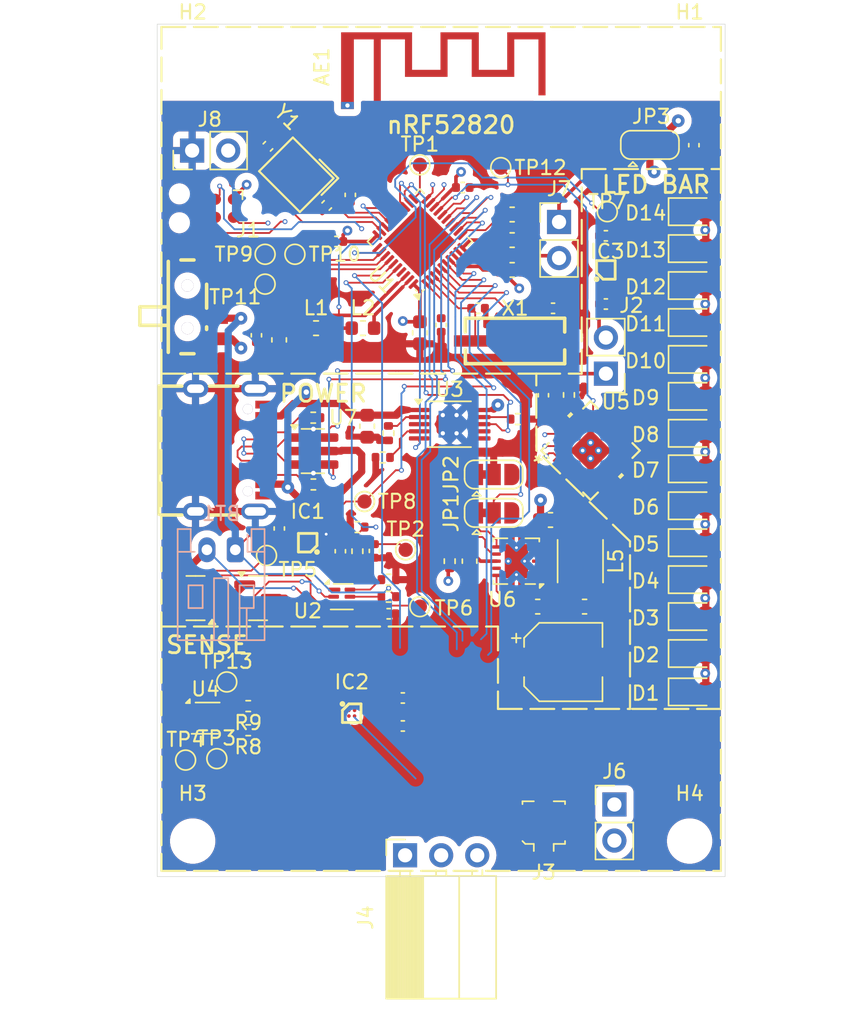
<source format=kicad_pcb>
(kicad_pcb (version 20240108) (generator "pcbnew") (generator_version "8.0")
  (layers (0 "F.Cu" signal "Front") (1 "In1.Cu" signal) (2 "In2.Cu" signal) (31 "B.Cu" signal "Back") (34 "B.Paste" user) (35 "F.Paste" user) (36 "B.SilkS" user "B.Silkscreen") (37 "F.SilkS" user "F.Silkscreen") (38 "B.Mask" user) (39 "F.Mask" user) (44 "Edge.Cuts" user))
  (net 0 "")
  (net 1 "Net-(AE1-A)")
  (net 2 "-BATT")
  (net 3 "+BATT")
  (net 4 "Net-(U1-DEC1)")
  (net 5 "GND")
  (net 6 "Net-(U1-DEC3)")
  (net 7 "Net-(U1-DECUSB)")
  (net 8 "VDD")
  (net 9 "VBUS")
  (net 10 "DEC4")
  (net 11 "Net-(U1-ANT)")
  (net 12 "Net-(C13-Pad1)")
  (net 13 "Net-(U1-XC1)")
  (net 14 "Net-(U1-XC2)")
  (net 15 "Net-(U1-XL2{slash}P0.01)")
  (net 16 "Net-(U1-XL1{slash}P0.00)")
  (net 17 "Net-(U2-BAT)")
  (net 18 "Net-(IC1-OUT)")
  (net 19 "P0.02_BATT_MEASURE")
  (net 20 "VCC")
  (net 21 "/Power/VINA")
  (net 22 "+3.3V")
  (net 25 "Net-(D1-K)")
  (net 26 "Net-(D2-K)")
  (net 27 "Net-(D3-K)")
  (net 28 "Net-(D4-K)")
  (net 29 "Net-(D5-K)")
  (net 30 "Net-(D6-K)")
  (net 31 "Net-(D7-K)")
  (net 32 "Net-(D8-K)")
  (net 33 "Net-(D9-K)")
  (net 34 "Net-(D10-K)")
  (net 35 "Net-(D11-K)")
  (net 36 "Net-(D12-K)")
  (net 37 "Net-(D13-K)")
  (net 38 "Net-(D14-K)")
  (net 39 "P0.06_EN_BATT_MEASURE")
  (net 40 "/VDDH")
  (net 41 "Net-(J7-Pin_1)")
  (net 42 "/Power/EN")
  (net 43 "P0.05_EN_DCDC")
  (net 44 "SWDCLK")
  (net 45 "SWDIO")
  (net 46 "P0.18_RESET")
  (net 53 "Net-(L1-Pad2)")
  (net 54 "DCC")
  (net 55 "Net-(U6-L2)")
  (net 56 "Net-(U6-L1)")
  (net 57 "Net-(Q1-D)")
  (net 58 "Net-(Q1-G)")
  (net 59 "Net-(Q2-G)")
  (net 60 "Net-(U2-V-)")
  (net 61 "Net-(U3-ISET)")
  (net 62 "Net-(U3-TS)")
  (net 63 "Net-(U3-PRETERM)")
  (net 64 "P0.14_SCL")
  (net 65 "VDDA")
  (net 66 "P0.15_SDA")
  (net 67 "Net-(U1-DEC5)")
  (net 68 "USB_DP")
  (net 69 "P0.20_BLANK")
  (net 70 "P0.29_SCLK")
  (net 71 "P0.03_TDT_MEASURE")
  (net 72 "/Power/PS")
  (net 73 "P0.28_LAT")
  (net 74 "P0.30_SIN")
  (net 75 "Net-(USB1-CC2)")
  (net 76 "P0.17_PG")
  (net 77 "USB_DN")
  (net 78 "P0.16_CHG")
  (net 79 "P0.07_EN_SENSOR_BUS")
  (net 80 "P0.08_EN_LED")
  (net 84 "Net-(USB1-CC1)")
  (net 88 "Net-(U5-IREF)")
  (net 89 "Net-(U4-INT)")
  (net 90 "P0.04_AGPIO")
  (net 91 "Net-(IC3-OUT)")
  (net 92 "Net-(U7-IO1)")
  (net 93 "Net-(U7-IO2)")
  (net 96 "Net-(D1-A)")
  (footprint "X322532MOB4SI:CRYSTAL-SMD_4P-L3.2-W2.5-BL" (layer "F.Cu") (at 129.9 75.8 135)
    (property "Reference" "Y1")
    (property "Value" "32M")
  )
  (footprint "TLC59283RGER:RGE24_2P1X2P1_TEX" (layer "F.Cu") (at 150.619581 95.212652 45)
    (property "Reference" "U5")
    (property "Value" "TLC59283RGER")
  )
  (footprint "Capacitor_SMD:C_0603_1608Metric" (layer "F.Cu") (at 146.9 106.2 180)
    (property "Reference" "C26" (hide yes))
    (property "Value" "10u")
  )
  (footprint "Capacitor_SMD:C_0402_1005Metric" (layer "F.Cu") (at 127.9 73.8 -135)
    (property "Reference" "C15" (hide yes))
    (property "Value" "12p")
  )
  (footprint "Resistor_SMD:R_0402_1005Metric" (layer "F.Cu") (at 134.2 100.6 180)
    (property "Reference" "R7" (hide yes))
    (property "Value" "1k1")
  )
  (footprint "LED_SMD:LED_0805_2012Metric" (layer "F.Cu") (at 157.8 106.9)
    (property "Reference" "D3")
    (property "Value" "LED_Small")
  )
  (footprint "Resistor_SMD:R_0402_1005Metric" (layer "F.Cu") (at 126.51 114.9 180)
    (property "Reference" "R8")
    (property "Value" "2k2")
  )
  (footprint "Capacitor_SMD:C_0402_1005Metric" (layer "F.Cu") (at 142.7 85.2 180)
    (property "Reference" "C17" (hide yes))
    (property "Value" "12p")
  )
  (footprint "LED_SMD:LED_0805_2012Metric" (layer "F.Cu") (at 157.8 86.2)
    (property "Reference" "D11")
    (property "Value" "LED_Small")
  )
  (footprint "MountingHole:MountingHole_2.7mm_M2.5_DIN965" (layer "F.Cu") (at 122.6 122.7)
    (property "Reference" "H3")
    (property "Value" "MountingHole")
  )
  (footprint "Connector_PinHeader_2.54mm:PinHeader_1x02_P2.54mm_Vertical" (layer "F.Cu") (at 122.56 74.1 90)
    (property "Reference" "J8")
    (property "Value" "EXT 3.3V")
  )
  (footprint "Package_TO_SOT_SMD:SOT-23-6" (layer "F.Cu") (at 131.0625 95.25)
    (property "Reference" "U7")
    (property "Value" "SRV05-4")
  )
  (footprint "Resistor_SMD:R_0402_1005Metric" (layer "F.Cu") (at 135.985 95.7)
    (property "Reference" "R5" (hide yes))
    (property "Value" "1k")
  )
  (footprint "TestPoint:TestPoint_Pad_D1.0mm" (layer "F.Cu") (at 122.1 117)
    (property "Reference" "TP4")
    (property "Value" "TestPoint_Small")
  )
  (footprint "TestPoint:TestPoint_Pad_D1.0mm" (layer "F.Cu") (at 138.6 75.1)
    (property "Reference" "TP1")
    (property "Value" "TestPoint_Small")
  )
  (footprint "OptoDevice:Lite-On_LTR-303ALS-01" (layer "F.Cu") (at 123.5 114.05)
    (property "Reference" "U4")
    (property "Value" "LTR-303ALS-01")
  )
  (footprint "Resistor_SMD:R_0402_1005Metric" (layer "F.Cu") (at 134.2 102.3 90)
    (property "Reference" "R6" (hide yes))
    (property "Value" "300")
  )
  (footprint "TestPoint:TestPoint_Pad_D1.0mm" (layer "F.Cu") (at 129.8 81.4)
    (property "Reference" "TP10")
    (property "Value" "TestPoint_Small")
  )
  (footprint "Capacitor_SMD:C_0402_1005Metric" (layer "F.Cu") (at 133 102.3 90)
    (property "Reference" "C22" (hide yes))
    (property "Value" "100n")
  )
  (footprint "Resistor_SMD:R_0402_1005Metric" (layer "F.Cu") (at 136.4 104.3)
    (property "Reference" "R1" (hide yes))
    (property "Value" "2k2")
  )
  (footprint "Package_SO:HVSSOP-10-1EP_3x3mm_P0.5mm_EP1.57x1.88mm_ThermalVias" (layer "F.Cu") (at 140.7 93.36)
    (property "Reference" "U3")
    (property "Value" "BQ24090DGQ")
  )
  (footprint "Package_TO_SOT_SMD:SOT-23" (layer "F.Cu") (at 122.8 105.6 180)
    (property "Reference" "Q2" (hide yes))
    (property "Value" "NMOS")
  )
  (footprint "Inductor_SMD:L_0603_1608Metric" (layer "F.Cu") (at 134.5875 86.6)
    (property "Reference" "L2")
    (property "Value" "10u")
  )
  (footprint "Inductor_SMD:L_0603_1608Metric" (layer "F.Cu") (at 131.2875 86.6)
    (property "Reference" "L1")
    (property "Value" "15n")
  )
  (footprint "Capacitor_SMD:C_0402_1005Metric" (layer "F.Cu") (at 140.1 86.38 90)
    (property "Reference" "C1" (hide yes))
    (property "Value" "100n")
  )
  (footprint "Resistor_SMD:R_0402_1005Metric" (layer "F.Cu") (at 136.4 105.5 180)
    (property "Reference" "R2" (hide yes))
    (property "Value" "330")
  )
  (footprint "LED_SMD:LED_0805_2012Metric" (layer "F.Cu") (at 157.8 88.8)
    (property "Reference" "D10")
    (property "Value" "LED_Small")
  )
  (footprint "Connector_PinHeader_2.54mm:PinHeader_1x02_P2.54mm_Vertical" (layer "F.Cu") (at 151.7 89.8 180)
    (property "Reference" "J2")
    (property "Value" "LED")
  )
  (footprint "TestPoint:TestPoint_Pad_D1.0mm" (layer "F.Cu") (at 127.8 102.6)
    (property "Reference" "TP5")
    (property "Value" "TestPoint_Small")
  )
  (footprint "Capacitor_SMD:C_0402_1005Metric" (layer "F.Cu") (at 132.72 80.5 180)
    (property "Reference" "C6" (hide yes))
    (property "Value" "100n")
  )
  (footprint "Inductor_SMD:L_0201_0603Metric" (layer "F.Cu") (at 135.6 72.8 -90)
    (property "Reference" "L4" (hide yes))
    (property "Value" "2n2")
  )
  (footprint "Capacitor_SMD:C_0402_1005Metric" (layer "F.Cu") (at 127.0875 87.1 -90)
    (property "Reference" "C11" (hide yes))
    (property "Value" "47n")
  )
  (footprint "Capacitor_SMD:CP_Elec_5x4.4" (layer "F.Cu") (at 148.7 110.1)
    (property "Reference" "C28" (hide yes))
    (property "Value" "10u")
  )
  (footprint "RF_Antenna:Texas_SWRA117D_2.4GHz_Right" (layer "F.Cu") (at 135.6 70.925)
    (property "Reference" "AE1")
    (property "Value" "Antenna")
  )
  (footprint "LED_SMD:LED_0805_2012Metric" (layer "F.Cu") (at 157.8 99.1)
    (property "Reference" "D6")
    (property "Value" "LED_Small")
  )
  (footprint "Package_SON:Texas_DRC0010J_ThermalVias" (layer "F.Cu") (at 145.4 103 180)
    (property "Reference" "U6")
    (property "Value" "TPS63001")
  )
  (footprint "Capacitor_SMD:C_0402_1005Metric" (layer "F.Cu") (at 132.039411 77.960589 45)
    (property "Reference" "C14" (hide yes))
    (property "Value" "12p")
  )
  (footprint "LED_SMD:LED_0805_2012Metric" (layer "F.Cu") (at 157.8 94)
    (property "Reference" "D8")
    (property "Value" "LED_Small")
  )
  (footprint "Capacitor_SMD:C_0603_1608Metric" (layer "F.Cu") (at 128.6875 87.425 -90)
    (property "Reference" "C10" (hide yes))
    (property "Value" "1u")
  )
  (footprint "Capacitor_SMD:C_0402_1005Metric" (layer "F.Cu") (at 141.62 76.7)
    (property "Reference" "C5" (hide yes))
    (property "Value" "100n")
  )
  (footprint "LED_SMD:LED_0805_2012Metric" (layer "F.Cu") (at 157.8 109.5)
    (property "Reference" "D2")
    (property "Value" "LED_Small")
  )
  (footprint "Capacitor_SMD:C_0402_1005Metric" (layer "F.Cu") (at 137.4 114.6)
    (property "Reference" "C30" (hide yes))
    (property "Value" "100n")
  )
  (footprint "Inductor_SMD:L_0201_0603Metric" (layer "F.Cu") (at 135.6 75.7 -90)
    (property "Reference" "L3" (hide yes))
    (property "Value" "4n7")
  )
  (footprint "TestPoint:TestPoint_Pad_D1.0mm" (layer "F.Cu") (at 124.3 116.9)
    (property "Reference" "TP3")
    (property "Value" "TestPoint_Small")
  )
  (footprint "TestPoint:TestPoint_Pad_D1.0mm" (layer "F.Cu") (at 127.7 81.4 180)
    (property "Reference" "TP9")
    (property "Value" "TestPoint_Small")
  )
  (footprint "LED_SMD:LED_0805_2012Metric" (layer "F.Cu") (at 157.8 112.2)
    (property "Reference" "D1")
    (property "Value" "LED_Small")
  )
  (footprint "Resistor_SMD:R_0402_1005Metric" (layer "F.Cu") (at 131.1 97.6)
    (property "Reference" "R11" (hide yes))
    (property "Value" "5k1")
  )
  (footprint "Connector_PinSocket_2.54mm:PinSocket_1x03_P2.54mm_Horizontal" (layer "F.Cu") (at 137.56 123.7 90)
    (property "Reference" "J4")
    (property "Value" "Conn_01x03_Socket")
  )
  (footprint "Resistor_SMD:R_0402_1005Metric" (layer "F.Cu") (at 136.385 93.99 -90)
    (property "Reference" "R3" (hide yes))
    (property "Value" "1k")
  )
  (footprint "Connector_PinHeader_2.54mm:PinHeader_1x02_P2.54mm_Vertical" (layer "F.Cu") (at 148.4 79.125)
    (property "Reference" "J7")
    (property "Value" "VDDH")
  )
  (footprint "Resistor_SMD:R_0402_1005Metric" (layer "F.Cu") (at 145.5 93)
    (property "Reference" "R4" (hide yes))
    (property "Value" "10k")
  )
  (footprint "Capacitor_SMD:C_0402_1005Metric" (layer "F.Cu") (at 137.4 112.63)
    (property "Reference" "C29" (hide yes))
    (property "Value" "1u")
  )
  (footprint "Capacitor_SMD:C_0603_1608Metric" (layer "F.Cu") (at 142.1 103 -90)
    (property "Reference" "C25" (hide yes))
    (property "Value" "100n")
  )
  (footprint "LED_SMD:LED_0805_2012Metric" (layer "F.Cu") (at 157.8 81)
    (property "Reference" "D13")
    (property "Value" "LED_Small")
  )
  (footprint "Resistor_SMD:R_0402_1005Metric" (layer "F.Cu") (at 131.09 92.9)
    (property "Reference" "R12" (hide yes))
    (property "Value" "5k1")
  )
  (footprint "MountingHole:MountingHole_2.7mm_M2.5_DIN965" (layer "F.Cu") (at 157.6 67.7)
    (property "Reference" "H1")
    (property "Value" "MountingHole")
  )
  (footprint "Capacitor_SMD:C_0603_1608Metric" (layer "F.Cu") (at 150.2 106.2)
    (property "Reference" "C27" (hide yes))
    (property "Value" "10u")
  )
  (footprint "Connector_PinHeader_2.54mm:PinHeader_1x02_P2.54mm_Vertical" (layer "F.Cu") (at 152.3 120.125)
    (property "Reference" "J6")
    (property "Value" "TDT")
  )
  (footprint "Capacitor_SMD:C_0201_0603Metric" (layer "F.Cu") (at 135.255 74.2 180)
    (property "Reference" "C13" (hide yes))
    (property "Value" "1p2")
  )
  (footprint "USB-C-SMD_TYPE-C-6PIN-2MD-073:USB-C-SMD_TYPE-C-6PIN-2MD-073" (layer "F.Cu") (at 125.18 95.18 -90)
    (property "Reference" "USB1" (hide yes))
    (property "Value" "TYPE-C 16PIN 2MD(073)")
  )
  (footprint "NCP333FCT2G:BGA4C40P2X2_76X76X63" (layer "F.Cu") (at 133.8 113.7)
    (property "Reference" "IC2")
    (property "Value" "NCP333FCT2G" (hide yes))
  )
  (footprint "LED_SMD:LED_0805_2012Metric" (layer "F.Cu") (at 157.8 91.4)
    (property "Reference" "D9")
    (property "Value" "LED_Small")
  )
  (footprint "TestPoint:TestPoint_Pad_D1.0mm" (layer "F.Cu") (at 151.8 78.4)
    (property "Reference" "TP7")
    (property "Value" "TestPoint_Small")
  )
  (footprint "Capacitor_SMD:C_0402_1005Metric" (layer "F.Cu") (at 135.4 102.28 -90)
    (property "Reference" "C23" (hide yes))
    (property "Value" "100n")
  )
  (footprint "TestPoint:TestPoint_Pad_D1.0mm" (layer "F.Cu") (at 137.6 102.2)
    (property "Reference" "TP2")
    (property "Value" "TestPoint_Small")
  )
  (footprint "Package_TO_SOT_SMD:SOT-23" (layer "F.Cu") (at 127.2 105.6)
    (property "Reference" "Q1" (hide yes))
    (property "Value" "NMOS")
  )
  (footprint "LED_SMD:LED_0805_2012Metric" (layer "F.Cu") (at 157.8 83.6)
    (property "Reference" "D12")
    (property "Value" "LED_Small")
  )
  (footprint "NCP333FCT2G:BGA4C40P2X2_76X76X63" (layer "F.Cu") (at 130.7 101.7 180)
    (property "Reference" "IC1")
    (property "Value" "NCP333FCT2G" (hide yes))
  )
  (footprint "LED_SMD:LED_0805_2012Metric" (layer "F.Cu") (at 157.8 101.7)
    (property "Reference" "D5")
    (property "Value" "LED_Small")
  )
  (footprint "Capacitor_SMD:C_0402_1005Metric" (layer "F.Cu") (at 147.98 85.2 180)
    (property "Reference" "C16" (hide yes))
    (property "Value" "12p")
  )
  (footprint "Capacitor_SMD:C_0603_1608Metric" (layer "F.Cu") (at 138.6 86.925 -90)
    (property "Reference" "C20" (hide yes))
    (property "Value" "1u")
  )
  (footprint "TestPoint:TestPoint_Pad_D1.0mm" (layer "F.Cu") (at 138.6 106.2)
    (property "Reference" "TP6")
    (property "Value" "TestPoint_Small")
  )
  (footprint "Capacitor_SMD:C_0402_1005Metric" (layer "F.Cu") (at 128.7 100.7 90)
    (property "Reference" "C21" (hide yes))
    (property "Value" "1u")
  )
  (footprint "G-Switch:SW-SMD_MK-12C02-G020" (layer "F.Cu") (at 122.59 85.1 -90)
    (property "Reference" "SW1" (hide yes))
    (property "Value" "MK-12C02-G020")
  )
  (footprint "Capacitor_SMD:C_0201_0603Metric" (layer "F.Cu") (at 135.8 77.2 -135)
    (property "Reference" "C12" (hide yes))
    (property "Value" "1p")
  )
  (footprint "Inductor_SMD:L_Taiyo-Yuden_NR-30xx" (layer "F.Cu") (at 149.9 103 -90)
    (property "Reference" "L5")
    (property "Value" "NR3015T2R2M")
  )
  (footprint "LED_SMD:LED_0805_2012Metric" (layer "F.Cu") (at 157.8 104.3)
    (property "Reference" "D4")
    (property "Value" "LED_Small")
  )
  (footprint "Connector_Coaxial:U.FL_Molex_MCRF_73412-0110_Vertical" (layer "F.Cu") (at 147.325 121.4)
    (property "Reference" "J3")
    (property "Value" "Conn_Coaxial_Small")
  )
  (footprint "MountingHole:MountingHole_2.7mm_M2.5_DIN965" (layer "F.Cu") (at 122.6 67.7)
    (property "Reference" "H2")
    (property "Value" "MountingHole")
  )
  (footprint "TestPoint:TestPoint_Pad_D1.0mm" (layer "F.Cu") (at 144.3 75.3 180)
    (property "Reference" "TP12")
    (property "Value" "TestPoint_Small")
  )
  (footprint "Capacitor_SMD:C_0603_1608Metric" (layer "F.Cu") (at 145.1 78.6 180)
    (property "Reference" "C4" (hide yes))
    (property "Value" "4u7")
  )
  (footprint "Jumper:SolderJumper-3_P1.3mm_Bridged12_RoundedPad1.0x1.5mm" (layer "F.Cu") (at 143.8 96.9)
    (property "Reference" "JP2")
    (property "Value" "SolderJumper_3_Bridged12")
  )
  (footprint "Resistor_SMD:R_0402_1005Metric" (layer "F.Cu") (at 149.1 91.3 -90)
    (property "Reference" "R13" (hide yes))
    (property "Value" "5k3")
  )
  (footprint "Capacitor_SMD:C_0603_1608Metric" (layer "F.Cu") (at 145.1 80.4)
    (property "Reference" "C9" (hide yes))
    (property "Value" "4u7")
  )
  (footprint "NCP333FCT2G:BGA4C40P2X2_76X76X63" (layer "F.Cu") (at 151.7 82.5 90)
    (property "Reference" "IC3")
    (property "Value" "NCP333FCT2G" (hide yes))
  )
  (footprint "Resistor_SMD:R_0402_1005Metric" (layer "F.Cu") (at 126.51 113.2 180)
    (property "Reference" "R9")
    (property "Value" "2k2")
  )
  (footprint "Connector:Tag-Connect_TC2030-IDC-NL_2x03_P1.27mm_Vertical" (layer "F.Cu") (at 124.2 78.165 180)
    (property "Reference" "J1")
    (property "Value" "Conn_ARM_SWD_TagConnect_TC2030-NL")
  )
  (footprint "Resistor_SMD:R_0402_1005Metric" (layer "F.Cu") (at 140.7 103 90)
    (property "Reference" "R10" (hide yes))
    (property "Value" "100")
  )
  (footprint "HY32768KSMD3068YA2R30:CRYSTAL-SMD_L7.0-W3.2-LS7.5" (layer "F.Cu") (at 145.3 87.5 180)
    (property "Reference" "X1")
    (property "Value" "HY32768KSMD3068YA2R30")
  )
  (footprint "TestPoint:TestPoint_Pad_D1.0mm" (layer "F.Cu") (at 127.7 83.5)
    (property "Reference" "TP11")
    (property "Value" "TestPoint_Small")
  )
  (footprint "Package_DFN_QFN:QFN-40-1EP_5x5mm_P0.4mm_EP3.6x3.6mm" (layer "F.Cu") (at 138.6 80.5 135)
    (property "Reference" "U1")
    (property "Value" "nRF52820-QDxx")
  )
  (footprint "Capacitor_SMD:C_0402_1005Metric" (layer "F.Cu") (at 136.4 106.7)
    (property "Reference" "C18" (hide yes))
    (property "Value" "100n")
  )
  (footprint "TestPoint:TestPoint_Pad_D1.0mm" (layer "F.Cu") (at 125 111.5)
    (property "Reference" "TP13")
    (property "Value" "TestPoint_Small")
  )
  (footprint "Jumper:SolderJumper-3_P1.3mm_Bridged12_RoundedPad1.0x1.5mm" (layer "F.Cu") (at 154.8 73.7)
    (property "Reference" "JP3")
    (property "Value" "SolderJumper_3_Bridged12")
  )
  (footprint "LED_SMD:LED_0805_2012Metric" (layer "F.Cu") (at 157.8 78.4)
    (property "Reference" "D14")
    (property "Value" "LED_Small")
  )
  (footprint "Capacitor_SMD:C_0402_1005Metric" (layer "F.Cu") (at 151.7 80.1)
    (property "Reference" "C31" (hide yes))
    (property "Value" "100n")
  )
  (footprint "Capacitor_SMD:C_0603_1608Metric" (layer "F.Cu") (at 134.885 93.5 -90)
    (property "Reference" "C19" (hide yes))
    (property "Value" "1u")
  )
  (footprint "Capacitor_SMD:C_0402_1005Metric" (layer "F.Cu") (at 157.9 73.72 -90)
    (property "Reference" "C8" (hide yes))
    (property "Value" "100n")
  )
  (footprint "Package_SON:WSON-6_1.5x1.5mm_P0.5mm" (layer "F.Cu") (at 133.1 105.5)
    (property "Reference" "U2")
    (property "Value" "BQ297xy")
  )
  (footprint "Capacitor_SMD:C_0603_1608Metric" (layer "F.Cu") (at 147.8 100.1)
    (property "Reference" "C24" (hide yes))
    (property "Value" "10u")
  )
  (footprint "MountingHole:MountingHole_2.7mm_M2.5_DIN965" (layer "F.Cu") (at 157.6 122.7)
    (property "Reference" "H4")
    (property "Value" "MountingHole")
  )
  (footprint "Capacitor_SMD:C_0402_1005Metric" (layer "F.Cu") (at 147.3 91.32 -90)
    (property "Reference" "C33" (hide yes))
    (property "Value" "100n")
  )
  (footprint "LED_SMD:LED_0805_2012Metric" (layer "F.Cu") (at 157.8 96.5)
    (property "Reference" "D7")
    (property "Value" "LED_Small")
  )
  (footprint "Capacitor_SMD:C_0603_1608Metric" (layer "F.Cu") (at 145.1 82.5)
    (property "Reference" "C7" (hide yes))
    (property "Value" "4u7")
  )
  (footprint "Capacitor_SMD:C_0402_1005Metric" (layer "F.Cu") (at 151.7 84.9)
    (property "Reference" "C32" (hide yes))
    (property "Value" "100n")
  )
  (footprint "TestPoint:TestPoint_Pad_D1.0mm" (layer "F.Cu") (at 134.7 98.8)
    (property "Reference" "TP8")
    (property "Value" "TestPoint_Small")
  )
  (footprint "Jumper:SolderJumper-3_P1.3mm_Bridged12_RoundedPad1.0x1.5mm" (layer "F.Cu") (at 143.8 99.6)
    (property "Reference" "JP1")
    (property "Value" "SolderJumper_3_Bridged12")
  )
  (footprint "Capacitor_SMD:C_0402_1005Metric" (layer "F.Cu") (at 133.7 77.22 -90)
    (property "Reference" "C2" (hide yes))
    (property "Value" "100p")
  )
  (footprint "Connector_JST:JST_PH_S2B-PH-K_1x02_P2.00mm_Horizontal" (layer "B.Cu") (at 125.6 102.2 180)
    (property "Reference" "BT1")
    (property "Value" "Battery_Cell")
  )
  (gr_poly (pts (xy 146.5 104) (xy 146.5 104.5) (xy 146.6 104.7) (xy 147.1 104.6) (xy 147.1 104)) (fill solid) (layer "F.Cu") (net 22))
  (gr_poly (pts (xy 143.4 92.5) (xy 143.7 92.5) (xy 143.7 92.1) (xy 143.3 92.3)) (fill solid) (layer "F.Cu") (net 3))
  (gr_poly (pts (xy 147 103.6) (xy 147.3 103.6) (xy 148.3 104.5) (xy 148.7 104.5) (xy 148.7 103.7) (xy 148.3 103.7) (xy 147.6 103.4) (xy 147 103.4)) (fill solid) (layer "F.Cu") (net 55))
  (gr_poly (pts (xy 147.1 102) (xy 147.1 101.7) (xy 146.7 101.6) (xy 146.7 101.5) (xy 146.5 101.8) (xy 146.5 102)) (fill solid) (layer "F.Cu") (net 20))
  (gr_poly (pts (xy 137.4 92.6) (xy 137.9 92.5) (xy 137.9 92.2) (xy 137.3 92.1) (xy 137.2 92.1) (xy 136.8 92.5)) (stroke (width 0.1)) (fill solid) (layer "F.Cu") (net 9))
  (gr_poly (pts (xy 147 102.4) (xy 147.3 102.4) (xy 148.3 101.5) (xy 148.7 101.5) (xy 148.7 102.3) (xy 148.3 102.3) (xy 147.6 102.6) (xy 147 102.6)) (fill solid) (layer "F.Cu") (net 56))
  (gr_poly (pts (xy 159.8 113.4) (xy 153.4 113.4) (xy 153.4 101.6) (xy 146.8 95.2) (xy 146.8 89.8) (xy 150 89.8) (xy 150 75.4) (xy 159.8 75.4)) (stroke (width 0.1524) (type dash)) (fill none) (layer "F.SilkS"))
  (gr_line (start 159.8 65.4) (end 159.8 75.4) (stroke (width 0.1524) (type dash)) (layer "F.SilkS"))
  (gr_line (start 120.4 90.6) (end 120.4 107.6) (stroke (width 0.1524) (type dash)) (layer "F.SilkS"))
  (gr_line (start 120.4 89.8) (end 120.4 65.4) (stroke (width 0.1524) (type dash)) (layer "F.SilkS"))
  (gr_line (start 120.4 89.8) (end 146.8 89.8) (stroke (width 0.1524) (type dash)) (layer "F.SilkS"))
  (gr_line (start 120.4 107.6) (end 144.1 107.6) (stroke (width 0.1524) (type dash)) (layer "F.SilkS"))
  (gr_line (start 120.4 89.8) (end 120.4 90.6) (stroke (width 0.1524)) (layer "F.SilkS"))
  (gr_line (start 120.4 107.6) (end 120.4 124.8) (stroke (width 0.1524) (type dash)) (layer "F.SilkS"))
  (gr_line (start 120.4 124.8) (end 159.8 124.8) (stroke (width 0.1524) (type dash)) (layer "F.SilkS"))
  (gr_line (start 144.1 113.4) (end 153.4 113.4) (stroke (width 0.1524) (type dash)) (layer "F.SilkS"))
  (gr_line (start 120.4 65.4) (end 159.8 65.4) (stroke (width 0.1524) (type dash)) (layer "F.SilkS"))
  (gr_line (start 144.1 107.6) (end 144.1 113.4) (stroke (width 0.1524) (type dash)) (layer "F.SilkS"))
  (gr_line (start 159.8 124.8) (end 159.8 113.4) (stroke (width 0.1524) (type dash)) (layer "F.SilkS"))
  (gr_rect (start 120.1 65.2) (end 160.1 125.2) (stroke (width 0.0381)) (fill none) (layer "Edge.Cuts"))
  (gr_text "nRF52820" (at 140.8 73 0) (layer "F.SilkS") (effects (font (size 1.2 1.2) (thickness 0.2) (bold yes)) (justify bottom)))
  (gr_text "LED BAR" (at 151.3 77.2 0) (layer "F.SilkS") (effects (font (size 1.2 1.2) (thickness 0.2) (bold yes)) (justify left bottom)))
  (gr_text "POWER" (at 131.8 91.9 0) (layer "F.SilkS") (effects (font (size 1.2 1.2) (thickness 0.2) (bold yes)) (justify bottom)))
  (gr_text "SENSE" (at 123.6 109.6 0) (layer "F.SilkS") (effects (font (size 1.2 1.2) (thickness 0.2) (bold yes)) (justify bottom)))
  (segment (start 135.6 72.48) (end 135.6 70.925) (width 0.127) (layer "F.Cu") (net 1))
  (segment (start 129.9 104.9) (end 129.7 104.9) (width 0.127) (layer "F.Cu") (net 2))
  (segment (start 133.175 106.5) (end 132.2 106.5) (width 0.127) (layer "F.Cu") (net 2))
  (segment (start 123.6 102.2) (end 123.6 102.3) (width 0.508) (layer "F.Cu") (net 2))
  (segment (start 123.6 102.2) (end 121.8625 103.9375) (width 0.508) (layer "F.Cu") (net 2))
  (segment (start 132.2 106.5) (end 131.5 106.5) (width 0.127) (layer "F.Cu") (net 2))
  (segment (start 131.5 106.5) (end 130.5 105.5) (width 0.127) (layer "F.Cu") (net 2))
  (segment (start 130.5 105.5) (end 129.9 104.9) (width 0.127) (layer "F.Cu") (net 2))
  (segment (start 121.8625 103.9375) (end 121.8625 105.6) (width 0.508) (layer "F.Cu") (net 2))
  (segment (start 133.675 106) (end 133.175 106.5) (width 0.127) (layer "F.Cu") (net 2))
  (via (at 129.7 104.9) (size 0.35) (drill 0.2) (layers "F.Cu" "B.Cu") (net 2))
  (segment (start 126.3 104.9) (end 123.6 102.2) (width 0.127) (layer "B.Cu") (net 2))
  (segment (start 129.7 104.9) (end 126.3 104.9) (width 0.127) (layer "B.Cu") (net 2))
  (segment (start 124.13 85.9) (end 124.08 85.85) (width 0.508) (layer "F.Cu") (net 3))
  (segment (start 126.62 101.18) (end 128.7 101.18) (width 0.127) (layer "F.Cu") (net 3))
  (segment (start 130.5 101.9) (end 130.22 102.18) (width 0.127) (layer "F.Cu") (net 3))
  (segment (start 142.85 92.36) (end 143.74 92.36) (width 0.127) (layer "F.Cu") (net 3))
  (segment (start 129.68 102.18) (end 128.7 101.2) (width 0.127) (layer "F.Cu") (net 3))
  (segment (start 143.74 92.36) (end 143.8 92.3) (width 0.127) (layer "F.Cu") (net 3))
  (segment (start 136.4 104.99) (end 136.91 105.5) (width 0.127) (layer "F.Cu") (net 3))
  (segment (start 143.8 92.3) (end 144.092 92.008) (width 0.508) (layer "F.Cu") (net 3))
  (segment (start 125.6 102.2) (end 126.62 101.18) (width 0.127) (layer "F.Cu") (net 3))
  (segment (start 136.4 104.9) (end 136.4 104.99) (width 0.127) (layer "F.Cu") (net 3))
  (segment (start 130.22 102.18) (end 129.68 102.18) (width 0.127) (layer "F.Cu") (net 3))
  (segment (start 128.7 101.2) (end 128.7 101.18) (width 0.127) (layer "F.Cu") (net 3))
  (segment (start 126 85.9) (end 124.13 85.9) (width 0.508) (layer "F.Cu") (net 3))
  (via (at 144.092 92.008) (size 0.889) (drill 0.381) (layers "F.Cu" "B.Cu") (net 3))
  (via (at 136.4 104.9) (size 0.35) (drill 0.2) (layers "F.Cu" "B.Cu") (net 3))
  (via (at 126 85.9) (size 0.889) (drill 0.381) (layers "F.Cu" "B.Cu") (net 3))
  (segment (start 136.4 104.9) (end 136.1 105.2) (width 0.127) (layer "B.Cu") (net 3))
  (segment (start 127.3 103.9) (end 125.6 102.2) (width 0.127) (layer "B.Cu") (net 3))
  (segment (start 125.6 102.2) (end 125.6 100.8) (width 0.508) (layer "B.Cu") (net 3))
  (segment (start 132.4 105.2) (end 131.1 103.9) (width 0.127) (layer "B.Cu") (net 3))
  (segment (start 125.1 86.8) (end 126 85.9) (width 0.508) (layer "B.Cu") (net 3))
  (segment (start 131.1 103.9) (end 127.3 103.9) (width 0.127) (layer "B.Cu") (net 3))
  (segment (start 125.1 100.3) (end 125.1 86.8) (width 0.508) (layer "B.Cu") (net 3))
  (segment (start 136.1 105.2) (end 132.4 105.2) (width 0.127) (layer "B.Cu") (net 3))
  (segment (start 125.6 100.8) (end 125.1 100.3) (width 0.508) (layer "B.Cu") (net 3))
  (segment (start 140.1 84.545584) (end 139.050781 83.496365) (width 0.127) (layer "F.Cu") (net 4))
  (segment (start 140.1 85.9) (end 140.1 84.545584) (width 0.127) (layer "F.Cu") (net 4))
  (segment (start 131.187 93.787) (end 131.187 95.2) (width 0.254) (layer "F.Cu") (net 5))
  (segment (start 131.1 96.8) (end 131.187 96.887) (width 0.254) (layer "F.Cu") (net 5))
  (segment (start 131.1 93.7) (end 131.187 93.787) (width 0.254) (layer "F.Cu") (net 5))
  (segment (start 131.6 92.9) (end 131.187 93.313) (width 0.254) (layer "F.Cu") (net 5))
  (segment (start 131.187 93.313) (end 131.187 93.613) (width 0.254) (layer "F.Cu") (net 5))
  (segment (start 128.239411 73.460589) (end 128.76267 73.460589) (width 0.127) (layer "F.Cu") (net 5))
  (segment (start 131.187 95.2) (end 131.187 96.713) (width 0.254) (layer "F.Cu") (net 5))
  (segment (start 130.076777 77.178858) (end 131.197919 78.3) (width 0.127) (layer "F.Cu") (net 5))
  (segment (start 146.03 92.86) (end 146.09 92.8) (width 0.127) (layer "F.Cu") (net 5))
  (segment (start 129.925 95.25) (end 131.137 95.25) (width 0.254) (layer "F.Cu") (net 5))
  (segment (start 131.4 101) (end 131.9 101) (width 0.127) (layer "F.Cu") (net 5))
  (segment (start 131.187 97.177) (end 131.61 97.6) (width 0.254) (layer "F.Cu") (net 5))
  (segment (start 131.187 96.887) (end 131.187 97.177) (width 0.254) (layer "F.Cu") (net 5))
  (segment (start 151.9 82.7) (end 152.3 83.1) (width 0.127) (layer "F.Cu") (net 5))
  (segment (start 131.9 101) (end 132 101.1) (width 0.127) (layer "F.Cu") (net 5))
  (segment (start 128.76267 73.460589) (end 129.723223 74.421142) (width 0.127) (layer "F.Cu") (net 5))
  (segment (start 130.9 101.5) (end 131.4 101) (width 0.127) (layer "F.Cu") (net 5))
  (segment (start 131.197919 78.3) (end 131.7 78.3) (width 0.127) (layer "F.Cu") (net 5))
  (segment (start 131.187 93.613) (end 131.1 93.7) (width 0.254) (layer "F.Cu") (net 5))
  (segment (start 131.137 95.25) (end 131.187 95.2) (width 0.254) (layer "F.Cu") (net 5))
  (segment (start 131.187 96.713) (end 131.1 96.8) (width 0.254) (layer "F.Cu") (net 5))
  (via (at 131.1 93.7) (size 0.6858) (drill 0.3302) (layers "F.Cu" "B.Cu") (net 5))
  (via (at 131.1 96.8) (size 0.6858) (drill 0.3302) (layers "F.Cu" "B.Cu") (net 5))
  (via (at 132 101.1) (size 0.35) (drill 0.2) (layers "F.Cu" "B.Cu") (net 5))
  (segment (start 133.7 78.173) (end 133.7 77.7) (width 0.127) (layer "F.Cu") (net 6))
  (segment (start 135.724472 78.473) (end 134 78.473) (width 0.127) (layer "F.Cu") (net 6))
  (segment (start 136.452163 79.200691) (end 135.724472 78.473) (width 0.127) (layer "F.Cu") (net 6))
  (segment (start 134 78.473) (end 133.7 78.173) (width 0.127) (layer "F.Cu") (net 6))
  (segment (start 141.945584 79.7) (end 143.225 79.7) (width 0.127) (layer "F.Cu") (net 7))
  (segment (start 141.596365 80.049219) (end 141.945584 79.7) (width 0.127) (layer "F.Cu") (net 7))
  (segment (start 143.225 79.7) (end 144.325 78.6) (width 0.127) (layer "F.Cu") (net 7))
  (segment (start 144.325 82.525) (end 145.6 83.8) (width 0.254) (layer "F.Cu") (net 8))
  (segment (start 139.63068 78.06932) (end 140.2 77.5) (width 0.127) (layer "F.Cu") (net 8))
  (segment (start 135.152854 80.5) (end 135.566865 80.085989) (width 0.254) (layer "F.Cu") (net 8))
  (segment (start 156.1 73.7) (end 156.1 72.7) (width 0.508) (layer "F.Cu") (net 8))
  (segment (start 138.6 86.15) (end 137.45 86.15) (width 0.254) (layer "F.Cu") (net 8))
  (segment (start 141.14 76.7) (end 141.14 75.96) (width 0.254) (layer "F.Cu") (net 8))
  (segment (start 141.4 81.9) (end 141.5 82) (width 0.127) (layer "F.Cu") (net 8))
  (segment (start 142.8 82.254) (end 141.708109 82.254) (width 0.254) (layer "F.Cu") (net 8))
  (segment (start 156.1 73.7) (end 156.56 73.24) (width 0.254) (layer "F.Cu") (net 8))
  (segment (start 156.56 73.24) (end 157.9 73.24) (width 0.254) (layer "F.Cu") (net 8))
  (segment (start 138.6 83.947146) (end 138.185989 83.533135) (width 0.254) (layer "F.Cu") (net 8))
  (segment (start 140.2 77.5) (end 141 76.7) (width 0.254) (layer "F.Cu") (net 8))
  (segment (start 125.47 77.53) (end 125.47 77.43) (width 0.254) (layer "F.Cu") (net 8))
  (segment (start 138.6 86.15) (end 138.6 83.947146) (width 0.254) (layer "F.Cu") (net 8))
  (segment (start 141.708109 82.254) (end 141.477054 82.022945) (width 0.254) (layer "F.Cu") (net 8))
  (segment (start 133.2 80.5) (end 133.2 80.0334) (width 0.254) (layer "F.Cu") (net 8))
  (segment (start 141 76.7) (end 141.14 76.7) (width 0.254) (layer "F.Cu") (net 8))
  (segment (start 156.1 72.7) (end 156.8 72) (width 0.508) (layer "F.Cu") (net 8))
  (segment (start 144.325 82.5) (end 144.325 82.525) (width 0.254) (layer "F.Cu") (net 8))
  (segment (start 144.325 82.5) (end 143.046 82.5) (width 0.254) (layer "F.Cu") (net 8))
  (segment (start 141.14 75.96) (end 141.5 75.6) (width 0.254) (layer "F.Cu") (net 8))
  (segment (start 125.47 77.43) (end 126.4 76.5) (width 0.254) (layer "F.Cu") (net 8))
  (segment (start 141.39795 81.9) (end 141.4 81.9) (width 0.127) (layer "F.Cu") (net 8))
  (segment (start 137.45 86.15) (end 137.4 86.1) (width 0.254) (layer "F.Cu") (net 8))
  (segment (start 141.03068 81.516466) (end 141.03068 81.53273) (width 0.127) (layer "F.Cu") (net 8))
  (segment (start 133.2 80.0334) (end 133.5 79.7334) (width 0.254) (layer "F.Cu") (net 8))
  (segment (start 141.03068 81.53273) (end 141.39795 81.9) (width 0.127) (layer "F.Cu") (net 8))
  (segment (start 133.2 80.5) (end 135.152854 80.5) (width 0.254) (layer "F.Cu") (net 8))
  (segment (start 143.046 82.5) (end 142.8 82.254) (width 0.254) (layer "F.Cu") (net 8))
  (segment (start 139.616466 78.06932) (end 139.63068 78.06932) (width 0.127) (layer "F.Cu") (net 8))
  (via (at 126.4 76.5) (size 0.6858) (drill 0.3302) (layers "F.Cu" "B.Cu") (net 8))
  (via (at 156.8 72) (size 0.889) (drill 0.381) (layers "F.Cu" "B.Cu") (net 8))
  (via (at 141.5 75.6) (size 0.6858) (drill 0.3302) (layers "F.Cu" "B.Cu") (net 8))
  (via (at 137.4 86.1) (size 0.6858) (drill 0.3302) (layers "F.Cu" "B.Cu") (net 8))
  (via (at 145.6 83.8) (size 0.6858) (drill 0.3302) (layers "F.Cu" "B.Cu") (net 8))
  (via (at 133.5 79.7334) (size 0.6858) (drill 0.3302) (layers "F.Cu" "B.Cu") (net 8))
  (segment (start 134.885 92.725) (end 136.96 92.725) (width 0.508) (layer "F.Cu") (net 9))
  (segment (start 129.3 97.8) (end 130.1 98.6) (width 0.508) (layer "F.Cu") (net 9))
  (segment (start 130.1 98.6) (end 132.6 98.6) (width 0.508) (layer "F.Cu") (net 9))
  (segment (start 134.5 96.7) (end 134.5 95.5) (width 0.508) (layer "F.Cu") (net 9))
  (segment (start 130.6 91.1) (end 130.6 91.9) (width 0.508) (layer "F.Cu") (net 9))
  (segment (start 144.325 80.4) (end 142.147146 80.4) (width 0.254) (layer "F.Cu") (net 9))
  (segment (start 129.08 97.58) (end 129.3 97.8) (width 0.508) (layer "F.Cu") (net 9))
  (segment (start 127.56 97.58) (end 129.08 97.58) (width 0.508) (layer "F.Cu") (net 9))
  (segment (start 134.5 95.5) (end 134.2 95.2) (width 0.508) (layer "F.Cu") (net 9))
  (segment (start 137.325 92.36) (end 138.55 92.36) (width 0.127) (layer "F.Cu") (net 9))
  (segment (start 137.285 92.4) (end 137.325 92.36) (width 0.127) (layer "F.Cu") (net 9))
  (segment (start 133.05 95.25) (end 132.2 95.25) (width 0.508) (layer "F.Cu") (net 9))
  (segment (start 133.1 95.2) (end 133.05 95.25) (width 0.508) (layer "F.Cu") (net 9))
  (segment (start 127.56 92.78) (end 128.82 92.78) (width 0.508) (layer "F.Cu") (net 9))
  (segment (start 142.147146 80.4) (end 141.633135 80.914011) (width 0.254) (layer "F.Cu") (net 9))
  (segment (start 134.2 95.2) (end 133.1 95.2) (width 0.508) (layer "F.Cu") (net 9))
  (segment (start 133.825 92.725) (end 134.885 92.725) (width 0.508) (layer "F.Cu") (net 9))
  (segment (start 133 91.9) (end 133.825 92.725) (width 0.508) (layer "F.Cu") (net 9))
  (segment (start 128.82 92.78) (end 129.7 91.9) (width 0.508) (layer "F.Cu") (net 9))
  (segment (start 136.96 92.725) (end 137.285 92.4) (width 0.508) (layer "F.Cu") (net 9))
  (segment (start 130.6 91.9) (end 133 91.9) (width 0.508) (layer "F.Cu") (net 9))
  (segment (start 129.7 91.9) (end 130.6 91.9) (width 0.508) (layer "F.Cu") (net 9))
  (segment (start 132.6 98.6) (end 134.5 96.7) (width 0.508) (layer "F.Cu") (net 9))
  (via (at 130.6 91.1) (size 0.889) (drill 0.381) (layers "F.Cu" "B.Cu") (net 9))
  (via (at 129.3 97.8) (size 0.889) (drill 0.381) (layers "F.Cu" "B.Cu") (net 9))
  (segment (start 129.3 97.8) (end 129.3 92.4) (width 0.508) (layer "B.Cu") (net 9))
  (segment (start 129.3 92.4) (end 130.6 91.1) (width 0.508) (layer "B.Cu") (net 9))
  (segment (start 131.4 85.7) (end 130.5 86.6) (width 0.254) (layer "F.Cu") (net 10))
  (segment (start 134.757948 85.7) (end 132.9 85.7) (width 0.254) (layer "F.Cu") (net 10))
  (segment (start 134.746 78.146) (end 134.6 78) (width 0.127) (layer "F.Cu") (net 10))
  (segment (start 132.9 85.1) (end 132.9 85.7) (width 0.127) (layer "F.Cu") (net 10))
  (segment (start 130.5 86.6) (end 128.7375 86.6) (width 0.254) (layer "F.Cu") (net 10))
  (segment (start 135.963157 78.146) (end 135.589024 78.146) (width 0.127) (layer "F.Cu") (net 10))
  (segment (start 134.757948 85.7) (end 137.028974 83.428974) (width 0.254) (layer "F.Cu") (net 10))
  (segment (start 128.7375 86.6) (end 128.6875 86.65) (width 0.254) (layer "F.Cu") (net 10))
  (segment (start 137.08524 83.428974) (end 137.583534 82.93068) (width 0.127) (layer "F.Cu") (net 10))
  (segment (start 132.9 85.7) (end 131.4 85.7) (width 0.254) (layer "F.Cu") (net 10))
  (segment (start 137.028974 83.428974) (end 137.08524 83.428974) (width 0.127) (layer "F.Cu") (net 10))
  (segment (start 136.735006 78.917849) (end 135.963157 78.146) (width 0.127) (layer "F.Cu") (net 10))
  (segment (start 135.589024 78.146) (end 134.746 78.146) (width 0.127) (layer "F.Cu") (net 10))
  (segment (start 128.6875 86.65) (end 127.1175 86.65) (width 0.254) (layer "F.Cu") (net 10))
  (segment (start 127.1175 86.65) (end 127.0875 86.62) (width 0.254) (layer "F.Cu") (net 10))
  (via (at 134.6 78) (size 0.35) (drill 0.2) (layers "F.Cu" "B.Cu") (net 10))
  (via (at 132.9 85.1) (size 0.35) (drill 0.2) (layers "F.Cu" "B.Cu") (net 10))
  (segment (start 135.3 80.7) (end 133.7 80.7) (width 0.127) (layer "B.Cu") (net 10))
  (segment (start 134.6 78) (end 135.8 79.2) (width 0.127) (layer "B.Cu") (net 10))
  (segment (start 135.8 79.2) (end 135.8 80.2) (width 0.127) (layer "B.Cu") (net 10))
  (segment (start 135.8 80.2) (end 135.3 80.7) (width 0.127) (layer "B.Cu") (net 10))
  (segment (start 133.7 80.7) (end 132.9 81.5) (width 0.127) (layer "B.Cu") (net 10))
  (segment (start 132.9 81.5) (end 132.9 85.1) (width 0.127) (layer "B.Cu") (net 10))
  (segment (start 137.300691 78.352163) (end 136.026274 77.077746) (width 0.127) (layer "F.Cu") (net 11))
  (segment (start 135.6 76.02) (end 135.6 76.547452) (width 0.127) (layer "F.Cu") (net 11))
  (segment (start 136.026274 77.077746) (end 136.026274 76.973726) (width 0.127) (layer "F.Cu") (net 11))
  (segment (start 135.6 76.547452) (end 136.026274 76.973726) (width 0.127) (layer "F.Cu") (net 11))
  (segment (start 135.575 74.2) (end 135.575 73.145) (width 0.127) (layer "F.Cu") (net 12))
  (segment (start 135.6 74.225) (end 135.575 74.2) (width 0.127) (layer "F.Cu") (net 12))
  (segment (start 135.575 73.145) (end 135.6 73.12) (width 0.127) (layer "F.Cu") (net 12))
  (segment (start 135.6 75.38) (end 135.6 74.225) (width 0.127) (layer "F.Cu") (net 12))
  (segment (start 135.485786 78.8) (end 133.557644 78.8) (width 0.127) (layer "F.Cu") (net 13))
  (segment (start 133.557644 78.8) (end 132.378822 77.621178) (width 0.127) (layer "F.Cu") (net 13))
  (segment (start 136.16932 79.483534) (end 135.485786 78.8) (width 0.127) (layer "F.Cu") (net 13))
  (segment (start 131.278858 76.478858) (end 132.4 77.6) (width 0.127) (layer "F.Cu") (net 13))
  (segment (start 131.278858 75.976777) (end 131.278858 76.478858) (width 0.127) (layer "F.Cu") (net 13))
  (segment (start 128.521142 75.121142) (end 127.560589 74.160589) (width 0.127) (layer "F.Cu") (net 14))
  (segment (start 128.521142 75.623223) (end 128.521142 75.121142) (width 0.127) (layer "F.Cu") (net 14))
  (segment (start 127.560589 74.160589) (end 127.560589 74.139411) (width 0.127) (layer "F.Cu") (net 14))
  (segment (start 130.327 79.127) (end 128.521142 77.321142) (width 0.127) (layer "F.Cu") (net 14))
  (segment (start 128.521142 77.321142) (end 128.521142 75.623223) (width 0.127) (layer "F.Cu") (net 14))
  (segment (start 135.886478 79.766377) (end 135.247101 79.127) (width 0.127) (layer "F.Cu") (net 14))
  (segment (start 135.247101 79.127) (end 130.327 79.127) (width 0.127) (layer "F.Cu") (net 14))
  (segment (start 148.1 87.5) (end 148.1 85.8) (width 0.127) (layer "F.Cu") (net 15))
  (segment (start 144.6 85.2) (end 143.9 84.5) (width 0.127) (layer "F.Cu") (net 15))
  (segment (start 148.1 85.8) (end 147.5 85.2) (width 0.127) (layer "F.Cu") (net 15))
  (segment (start 147.5 85.2) (end 144.6 85.2) (width 0.127) (layer "F.Cu") (net 15))
  (segment (start 143.9 84.5) (end 141.185786 84.5) (width 0.127) (layer "F.Cu") (net 15))
  (segment (start 141.185786 84.5) (end 139.616466 82.93068) (width 0.127) (layer "F.Cu") (net 15))
  (segment (start 142.5 87.5) (end 142.5 85.48) (width 0.127) (layer "F.Cu") (net 16))
  (segment (start 141.320101 85.2) (end 139.333623 83.213522) (width 0.127) (layer "F.Cu") (net 16))
  (segment (start 142.5 85.48) (end 142.22 85.2) (width 0.127) (layer "F.Cu") (net 16))
  (segment (start 142.22 85.2) (end 141.320101 85.2) (width 0.127) (layer "F.Cu") (net 16))
  (segment (start 133.675 105.5) (end 135.89 105.5) (width 0.127) (layer "F.Cu") (net 17))
  (segment (start 135.89 106.67) (end 135.92 106.7) (width 0.127) (layer "F.Cu") (net 17))
  (segment (start 138.5265 106.1265) (end 135.9165 106.1265) (width 0.127) (layer "F.Cu") (net 17))
  (segment (start 135.89 105.5) (end 135.89 106.1) (width 0.127) (layer "F.Cu") (net 17))
  (segment (start 135.89 106.1) (end 135.89 106.67) (width 0.127) (layer "F.Cu") (net 17))
  (segment (start 135.9165 106.1265) (end 135.89 106.1) (width 0.127) (layer "F.Cu") (net 17))
  (segment (start 138.6 106.2) (end 138.5265 106.1265) (width 0.127) (layer "F.Cu") (net 17))
  (segment (start 131.78 102.78) (end 133 102.78) (width 0.127) (layer "F.Cu") (net 18))
  (segment (start 134.17 102.78) (end 134.2 102.81) (width 0.127) (layer "F.Cu") (net 18))
  (segment (start 130.9 101.9) (end 131.78 102.78) (width 0.127) (layer "F.Cu") (net 18))
  (segment (start 133 102.78) (end 134.17 102.78) (width 0.127) (layer "F.Cu") (net 18))
  (segment (start 135.982843 83.4) (end 133.4 83.4) (width 0.127) (layer "F.Cu") (net 19))
  (segment (start 137.017849 82.364994) (end 135.982843 83.4) (width 0.127) (layer "F.Cu") (net 19))
  (segment (start 134.2 101.79) (end 134.2 101.11) (width 0.127) (layer "F.Cu") (net 19))
  (segment (start 135.5 100.6) (end 134.71 100.6) (width 0.127) (layer "F.Cu") (net 19))
  (segment (start 135.39 101.79) (end 135.4 101.8) (width 0.127) (layer "F.Cu") (net 19))
  (segment (start 134.2 101.11) (end 134.71 100.6) (width 0.127) (layer "F.Cu") (net 19))
  (segment (start 134.2 101.79) (end 135.39 101.79) (width 0.127) (layer "F.Cu") (net 19))
  (segment (start 137.2 101.8) (end 137.6 102.2) (width 0.127) (layer "F.Cu") (net 19))
  (segment (start 135.4 101.8) (end 137.2 101.8) (width 0.127) (layer "F.Cu") (net 19))
  (via (at 135.5 100.6) (size 0.35) (drill 0.2) (layers "F.Cu" "B.Cu") (net 19))
  (via (at 133.4 83.4) (size 0.35) (drill 0.2) (layers "F.Cu" "B.Cu") (net 19))
  (segment (start 133.4 83.4) (end 133.8 83.8) (width 0.127) (layer "B.Cu") (net 19))
  (segment (start 133.8 99.8) (end 134.6 100.6) (width 0.127) (layer "B.Cu") (net 19))
  (segment (start 133.8 83.8) (end 133.8 99.8) (width 0.127) (layer "B.Cu") (net 19))
  (segment (start 134.6 100.6) (end 135.5 100.6) (width 0.127) (layer "B.Cu") (net 19))
  (segment (start 147.025 100.1) (end 147.025 101.475) (width 0.508) (layer "F.Cu") (net 20))
  (segment (start 147.1 100.025) (end 147.025 100.1) (width 0.508) (layer "F.Cu") (net 20))
  (segment (start 146.8 101.7) (end 146.8 102) (width 0.127) (layer "F.Cu") (net 20))
  (segment (start 140.6 104.4) (end 140.6 103.61) (width 0.254) (layer "F.Cu") (net 20))
  (segment (start 146.9 101.6) (end 146.8 101.7) (width 0.127) (layer "F.Cu") (net 20))
  (segment (start 154.8 73.7) (end 154.8 75.3) (width 0.508) (layer "F.Cu") (net 20))
  (segment (start 125.35 87.35) (end 126 88) (width 0.508) (layer "F.Cu") (net 20))
  (segment (start 147.1 98.7) (end 147.1 100.025) (width 0.508) (layer "F.Cu") (net 20))
  (segment (start 140.6 103.61) (end 140.7 103.51) (width 0.254) (layer "F.Cu") (net 20))
  (segment (start 147.025 101.475) (end 146.9 101.6) (width 0.508) (layer "F.Cu") (net 20))
  (segment (start 154.8 75.3) (end 155.1 75.6) (width 0.508) (layer "F.Cu") (net 20))
  (segment (start 124.08 87.35) (end 125.35 87.35) (width 0.508) (layer "F.Cu") (net 20))
  (via (at 140.6 104.4) (size 0.6858) (drill 0.3302) (layers "F.Cu" "B.Cu") (net 20))
  (via (at 155.1 75.6) (size 0.889) (drill 0.381) (layers "F.Cu" "B.Cu") (net 20))
  (via (at 147.1 98.7) (size 0.889) (drill 0.381) (layers "F.Cu" "B.Cu") (net 20))
  (via (at 126 88) (size 0.889) (drill 0.381) (layers "F.Cu" "B.Cu") (net 20))
  (segment (start 142.875 103) (end 142.1 102.225) (width 0.254) (layer "F.Cu") (net 21))
  (segment (start 140.965 102.225) (end 140.7 102.49) (width 0.254) (layer "F.Cu") (net 21))
  (segment (start 142.1 102.225) (end 140.965 102.225) (width 0.254) (layer "F.Cu") (net 21))
  (segment (start 144 103) (end 142.875 103) (width 0.254) (layer "F.Cu") (net 21))
  (segment (start 144.3 105.4) (end 146.8 105.4) (width 0.127) (layer "F.Cu") (net 22))
  (segment (start 147.675 106.2) (end 147.675 105.475) (width 0.508) (layer "F.Cu") (net 22))
  (segment (start 144 104) (end 144 105.1) (width 0.127) (layer "F.Cu") (net 22))
  (segment (start 146.8 104.6) (end 146.8 104) (width 0.127) (layer "F.Cu") (net 22))
  (segment (start 151.1 80.2) (end 151.1 81.9) (width 0.254) (layer "F.Cu") (net 22))
  (segment (start 144 105.1) (end 144.3 105.4) (width 0.127) (layer "F.Cu") (net 22))
  (segment (start 147.2 105) (end 146.8 104.6) (width 0.508) (layer "F.Cu") (net 22))
  (segment (start 147.675 106.2) (end 149.425 106.2) (width 0.508) (layer "F.Cu") (net 22))
  (segment (start 146.8 105.4) (end 147.2 105) (width 0.127) (layer "F.Cu") (net 22))
  (segment (start 151.5 82.3) (end 151.1 81.9) (width 0.127) (layer "F.Cu") (net 22))
  (segment (start 151.2 80.1) (end 151.1 80.2) (width 0.254) (layer "F.Cu") (net 22))
  (segment (start 147.675 108.925) (end 146.5 110.1) (width 0.508) (layer "F.Cu") (net 22))
  (segment (start 147.675 105.475) (end 147.2 105) (width 0.508) (layer "F.Cu") (net 22))
  (segment (start 151.22 80.1) (end 151.2 80.1) (width 0.254) (layer "F.Cu") (net 22))
  (segment (start 147.675 106.2) (end 147.675 108.925) (width 0.508) (layer "F.Cu") (net 22))
  (segment (start 148.692714 96.078857) (end 148.383253 96.388318) (width 0.127) (layer "F.Cu") (net 25))
  (segment (start 148.383253 96.388318) (end 148.383253 98.130425) (width 0.127) (layer "F.Cu") (net 25))
  (segment (start 155.7 111.0375) (end 156.8625 112.2) (width 0.127) (layer "F.Cu") (net 25))
  (segment (start 155.7 108.8) (end 155.7 111.0375) (width 0.127) (layer "F.Cu") (net 25))
  (segment (start 154.373 100.273) (end 154.373 101.073) (width 0.127) (layer "F.Cu") (net 25))
  (segment (start 154.987552 105.95) (end 155.368776 106.331224) (width 0.127) (layer "F.Cu") (net 25))
  (segment (start 155.368776 108.468776) (end 155.7 108.8) (width 0.127) (layer "F.Cu") (net 25))
  (segment (start 154.373 101.073) (end 154.7 101.4) (width 0.127) (layer "F.Cu") (net 25))
  (segment (start 154.7 101.4) (end 154.7 103.524896) (width 0.127) (layer "F.Cu") (net 25))
  (segment (start 154.987552 103.812448) (end 154.987552 105.95) (width 0.127) (layer "F.Cu") (net 25))
  (segment (start 150.252828 100) (end 154.1 100) (width 0.127) (layer "F.Cu") (net 25))
  (segment (start 154.1 100) (end 154.373 100.273) (width 0.127) (layer "F.Cu") (net 25))
  (segment (start 148.383253 98.130425) (end 150.252828 100) (width 0.127) (layer "F.Cu") (net 25))
  (segment (start 154.7 103.524896) (end 154.987552 103.812448) (width 0.127) (layer "F.Cu") (net 25))
  (segment (start 155.368776 106.331224) (end 155.368776 108.468776) (width 0.127) (layer "F.Cu") (net 25))
  (segment (start 155.373 105.873) (end 155.7 106.2) (width 0.127) (layer "F.Cu") (net 26))
  (segment (start 155.7 106.2) (end 155.7 108.3375) (width 0.127) (layer "F.Cu") (net 26))
  (segment (start 155.046 101.270896) (end 155.046 103.408448) (width 0.127) (layer "F.Cu") (net 26))
  (segment (start 155.046 103.408448) (end 155.373 103.735448) (width 0.127) (layer "F.Cu") (net 26))
  (segment (start 149.046268 96.432411) (end 148.736807 96.741872) (width 0.127) (layer "F.Cu") (net 26))
  (segment (start 155.7 108.3375) (end 156.8625 109.5) (width 0.127) (layer "F.Cu") (net 26))
  (segment (start 148.736807 98.021531) (end 150.377276 99.662) (width 0.127) (layer "F.Cu") (net 26))
  (segment (start 155.373 103.735448) (end 155.373 105.873) (width 0.127) (layer "F.Cu") (net 26))
  (segment (start 154.7 100.924896) (end 155.046 101.270896) (width 0.127) (layer "F.Cu") (net 26))
  (segment (start 150.377276 99.662) (end 154.412208 99.662) (width 0.127) (layer "F.Cu") (net 26))
  (segment (start 154.7 99.949792) (end 154.7 100.924896) (width 0.127) (layer "F.Cu") (net 26))
  (segment (start 148.736807 96.741872) (end 148.736807 98.021531) (width 0.127) (layer "F.Cu") (net 26))
  (segment (start 154.412208 99.662) (end 154.7 99.949792) (width 0.127) (layer "F.Cu") (net 26))
  (segment (start 155.373 103.273) (end 155.7 103.6) (width 0.127) (layer "F.Cu") (net 27))
  (segment (start 149.090361 97.095426) (end 149.090361 97.912637) (width 0.127) (layer "F.Cu") (net 27))
  (segment (start 149.399822 96.785965) (end 149.090361 97.095426) (width 0.127) (layer "F.Cu") (net 27))
  (segment (start 154.547656 99.335) (end 155.046 99.833344) (width 0.127) (layer "F.Cu") (net 27))
  (segment (start 150.512724 99.335) (end 154.547656 99.335) (width 0.127) (layer "F.Cu") (net 27))
  (segment (start 155.046 100.808448) (end 155.373 101.135448) (width 0.127) (layer "F.Cu") (net 27))
  (segment (start 155.7 103.6) (end 155.7 105.7375) (width 0.127) (layer "F.Cu") (net 27))
  (segment (start 155.046 99.833344) (end 155.046 100.808448) (width 0.127) (layer "F.Cu") (net 27))
  (segment (start 155.7 105.7375) (end 156.8625 106.9) (width 0.127) (layer "F.Cu") (net 27))
  (segment (start 149.090361 97.912637) (end 150.512724 99.335) (width 0.127) (layer "F.Cu") (net 27))
  (segment (start 155.373 101.135448) (end 155.373 103.273) (width 0.127) (layer "F.Cu") (net 27))
  (segment (start 149.753376 97.139519) (end 149.443914 97.448981) (width 0.127) (layer "F.Cu") (net 28))
  (segment (start 154.683104 99.008) (end 155.373 99.697896) (width 0.127) (layer "F.Cu") (net 28))
  (segment (start 155.7 101) (end 155.7 103.1375) (width 0.127) (layer "F.Cu") (net 28))
  (segment (start 155.7 103.1375) (end 156.8625 104.3) (width 0.127) (layer "F.Cu") (net 28))
  (segment (start 155.373 99.697896) (end 155.373 100.673) (width 0.127) (layer "F.Cu") (net 28))
  (segment (start 150.648172 99.008) (end 154.683104 99.008) (width 0.127) (layer "F.Cu") (net 28))
  (segment (start 155.373 100.673) (end 155.7 101) (width 0.127) (layer "F.Cu") (net 28))
  (segment (start 149.443914 97.448981) (end 149.443914 97.803742) (width 0.127) (layer "F.Cu") (net 28))
  (segment (start 149.443914 97.803742) (end 150.648172 99.008) (width 0.127) (layer "F.Cu") (net 28))
  (segment (start 150.106929 97.493071) (end 151.294858 98.681) (width 0.127) (layer "F.Cu") (net 29))
  (segment (start 154.818552 98.681) (end 155.7 99.562448) (width 0.127) (layer "F.Cu") (net 29))
  (segment (start 155.7 100.5375) (end 156.8625 101.7) (width 0.127) (layer "F.Cu") (net 29))
  (segment (start 151.294858 98.681) (end 154.818552 98.681) (width 0.127) (layer "F.Cu") (net 29))
  (segment (start 155.7 99.562448) (end 155.7 100.5375) (width 0.127) (layer "F.Cu") (net 29))
  (segment (start 154.954 98.354) (end 155.7 99.1) (width 0.127) (layer "F.Cu") (net 30))
  (segment (start 151.132011 97.493294) (end 151.992717 98.354) (width 0.127) (layer "F.Cu") (net 30))
  (segment (start 155.7 99.1) (end 156.8625 99.1) (width 0.127) (layer "F.Cu") (net 30))
  (segment (start 151.992717 98.354) (end 154.954 98.354) (width 0.127) (layer "F.Cu") (net 30))
  (segment (start 156.462448 96.5) (end 156.8625 96.5) (width 0.127) (layer "F.Cu") (net 31))
  (segment (start 151.485653 97.139652) (end 152.373001 98.027) (width 0.127) (layer "F.Cu") (net 31))
  (segment (start 152.373001 98.027) (end 154.935448 98.027) (width 0.127) (layer "F.Cu") (net 31))
  (segment (start 154.935448 98.027) (end 156.462448 96.5) (width 0.127) (layer "F.Cu") (net 31))
  (segment (start 155.7 96.8) (end 155.7 95.1625) (width 0.127) (layer "F.Cu") (net 32))
  (segment (start 155.7 95.1625) (end 156.8625 94) (width 0.127) (layer "F.Cu") (net 32))
  (segment (start 152.753287 97.7) (end 154.8 97.7) (width 0.127) (layer "F.Cu") (net 32))
  (segment (start 151.839296 96.786009) (end 152.753287 97.7) (width 0.127) (layer "F.Cu") (net 32))
  (segment (start 154.8 97.7) (end 155.7 96.8) (width 0.127) (layer "F.Cu") (net 32))
  (segment (start 153.133571 97.373) (end 154.664552 97.373) (width 0.127) (layer "F.Cu") (net 33))
  (segment (start 155.373 95.027) (end 155.7 94.7) (width 0.127) (layer "F.Cu") (net 33))
  (segment (start 152.192938 96.432367) (end 153.133571 97.373) (width 0.127) (layer "F.Cu") (net 33))
  (segment (start 155.7 92.5625) (end 156.8625 91.4) (width 0.127) (layer "F.Cu") (net 33))
  (segment (start 154.664552 97.373) (end 155.373 96.664552) (width 0.127) (layer "F.Cu") (net 33))
  (segment (start 155.7 94.7) (end 155.7 92.5625) (width 0.127) (layer "F.Cu") (net 33))
  (segment (start 155.373 96.664552) (end 155.373 95.027) (width 0.127) (layer "F.Cu") (net 33))
  (segment (start 155.046 94.891552) (end 155.373 94.564552) (width 0.127) (layer "F.Cu") (net 34))
  (segment (start 155.046 96.529104) (end 155.046 94.891552) (width 0.127) (layer "F.Cu") (net 34))
  (segment (start 154.529104 97.046) (end 155.046 96.529104) (width 0.127) (layer "F.Cu") (net 34))
  (segment (start 153.513857 97.046) (end 154.529104 97.046) (width 0.127) (layer "F.Cu") (net 34))
  (segment (start 155.7 92.1) (end 155.7 89.9625) (width 0.127) (layer "F.Cu") (net 34))
  (segment (start 155.373 94.564552) (end 155.373 92.427) (width 0.127) (layer "F.Cu") (net 34))
  (segment (start 155.7 89.9625) (end 156.8625 88.8) (width 0.127) (layer "F.Cu") (net 34))
  (segment (start 152.546581 96.078724) (end 153.513857 97.046) (width 0.127) (layer "F.Cu") (net 34))
  (segment (start 155.373 92.427) (end 155.7 92.1) (width 0.127) (layer "F.Cu") (net 34))
  (segment (start 155.046 92.291552) (end 155.368776 91.968776) (width 0.127) (layer "F.Cu") (net 35))
  (segment (start 154.719 96.393656) (end 154.719 94.756104) (width 0.127) (layer "F.Cu") (net 35))
  (segment (start 152.900223 95.725082) (end 153.894141 96.719) (width 0.127) (layer "F.Cu") (net 35))
  (segment (start 155.368776 91.968776) (end 155.368776 89.831224) (width 0.127) (layer "F.Cu") (net 35))
  (segment (start 155.7 89.5) (end 155.7 87.4) (width 0.127) (layer "F.Cu") (net 35))
  (segment (start 153.894141 96.719) (end 154.393656 96.719) (width 0.127) (layer "F.Cu") (net 35))
  (segment (start 155.046 94.429104) (end 155.046 92.291552) (width 0.127) (layer "F.Cu") (net 35))
  (segment (start 155.368776 89.831224) (end 155.7 89.5) (width 0.127) (layer "F.Cu") (net 35))
  (segment (start 154.393656 96.719) (end 154.719 96.393656) (width 0.127) (layer "F.Cu") (net 35))
  (segment (start 154.719 94.756104) (end 155.046 94.429104) (width 0.127) (layer "F.Cu") (net 35))
  (segment (start 155.7 87.4) (end 156.9 86.2) (width 0.127) (layer "F.Cu") (net 35))
  (segment (start 154.719 93.381) (end 154.719 92.156104) (width 0.127) (layer "F.Cu") (net 36))
  (segment (start 155.373 89.364552) (end 155.373 87.227) (width 0.127) (layer "F.Cu") (net 36))
  (segment (start 155.7 84.7625) (end 156.8625 83.6) (width 0.127) (layer "F.Cu") (net 36))
  (segment (start 155.7 86.9) (end 155.7 84.7625) (width 0.127) (layer "F.Cu") (net 36))
  (segment (start 155.373 87.227) (end 155.7 86.9) (width 0.127) (layer "F.Cu") (net 36))
  (segment (start 154.719 92.156104) (end 155.041776 91.833328) (width 0.127) (layer "F.Cu") (net 36))
  (segment (start 153.9 94.2) (end 154.719 93.381) (width 0.127) (layer "F.Cu") (net 36))
  (segment (start 152.9 94.7) (end 153.4 94.2) (width 0.127) (layer "F.Cu") (net 36))
  (segment (start 155.041776 91.833328) (end 155.041776 89.695776) (width 0.127) (layer "F.Cu") (net 36))
  (segment (start 155.041776 89.695776) (end 155.373 89.364552) (width 0.127) (layer "F.Cu") (net 36))
  (segment (start 153.4 94.2) (end 153.9 94.2) (width 0.127) (layer "F.Cu") (net 36))
  (segment (start 155.046 87.091552) (end 155.373 86.764552) (width 0.127) (layer "F.Cu") (net 37))
  (segment (start 155.373 86.764552) (end 155.373 84.627) (width 0.127) (layer "F.Cu") (net 37))
  (segment (start 153.837552 93.8) (end 154.392 93.245552) (width 0.127) (layer "F.Cu") (net 37))
  (segment (start 155.046 89.229104) (end 155.046 87.091552) (width 0.127) (layer "F.Cu") (net 37))
  (segment (start 155.7 84.3) (end 155.7 82.2) (width 0.127) (layer "F.Cu") (net 37))
  (segment (start 154.714776 89.560328) (end 155.046 89.229104) (width 0.127) (layer "F.Cu") (net 37))
  (segment (start 154.714776 91.69788) (end 154.714776 89.560328) (width 0.127) (layer "F.Cu") (net 37))
  (segment (start 152.546448 94.346447) (end 153.092895 93.8) (width 0.127) (layer "F.Cu") (net 37))
  (segment (start 155.7 82.2) (end 156.9 81) (width 0.127) (layer "F.Cu") (net 37))
  (segment (start 154.392 92.020656) (end 154.714776 91.69788) (width 0.127) (layer "F.Cu") (net 37))
  (segment (start 155.373 84.627) (end 155.7 84.3) (width 0.127) (layer "F.Cu") (net 37))
  (segment (start 153.092895 93.8) (end 153.837552 93.8) (width 0.127) (layer "F.Cu") (net 37))
  (segment (start 154.392 93.245552) (end 154.392 92.020656) (width 0.127) (layer "F.Cu") (net 37))
  (segment (start 153.702104 93.473) (end 154.065 93.110104) (width 0.127) (layer "F.Cu") (net 38))
  (segment (start 155.046 86.629104) (end 155.046 84.491552) (width 0.127) (layer "F.Cu") (net 38))
  (segment (start 152.712787 93.473) (end 153.702104 93.473) (width 0.127) (layer "F.Cu") (net 38))
  (segment (start 152.192894 93.992893) (end 152.712787 93.473) (width 0.127) (layer "F.Cu") (net 38))
  (segment (start 155.7 79.5625) (end 156.8625 78.4) (width 0.127) (layer "F.Cu") (net 38))
  (segment (start 155.7 81.7) (end 155.7 79.5625) (width 0.127) (layer "F.Cu") (net 38))
  (segment (start 154.719 89.093656) (end 154.719 86.956104) (width 0.127) (layer "F.Cu") (net 38))
  (segment (start 154.065 93.110104) (end 154.065 91.885208) (width 0.127) (layer "F.Cu") (net 38))
  (segment (start 154.387776 91.562432) (end 154.387776 89.42488) (width 0.127) (layer "F.Cu") (net 38))
  (segment (start 154.065 91.885208) (end 154.387776 91.562432) (width 0.127) (layer "F.Cu") (net 38))
  (segment (start 155.373 82.027) (end 155.7 81.7) (width 0.127) (layer "F.Cu") (net 38))
  (segment (start 155.046 84.491552) (end 155.373 84.164552) (width 0.127) (layer "F.Cu") (net 38))
  (segment (start 155.373 84.164552) (end 155.373 82.027) (width 0.127) (layer "F.Cu") (net 38))
  (segment (start 154.387776 89.42488) (end 154.719 89.093656) (width 0.127) (layer "F.Cu") (net 38))
  (segment (start 154.719 86.956104) (end 155.046 86.629104) (width 0.127) (layer "F.Cu") (net 38))
  (segment (start 137.503783 90.703783) (end 137.5 90.7) (width 0.127) (layer "F.Cu") (net 39))
  (segment (start 136.9 96.6) (end 134.7 98.8) (width 0.127) (layer "F.Cu") (net 39))
  (segment (start 130.5 101.5) (end 130.2 101.2) (width 0.127) (layer "F.Cu") (net 39))
  (segment (start 130.2 100.8) (end 130.8 100.2) (width 0.127) (layer "F.Cu") (net 39))
  (segment (start 143.8 90.8) (end 143.703783 90.703783) (width 0.127) (layer "F.Cu") (net 39))
  (segment (start 130.8 100.2) (end 132 100.2) (width 0.127) (layer "F.Cu") (net 39))
  (segment (start 141.582843 83.2) (end 143.1 83.2) (width 0.127) (layer "F.Cu") (net 39))
  (segment (start 133.4 98.8) (end 134.7 98.8) (width 0.127) (layer "F.Cu") (net 39))
  (segment (start 143.703783 90.703783) (end 137.503783 90.703783) (width 0.127) (layer "F.Cu") (net 39))
  (segment (start 132 100.2) (end 133.4 98.8) (width 0.127) (layer "F.Cu") (net 39))
  (segment (start 137.3 96.6) (end 136.9 96.6) (width 0.127) (layer "F.Cu") (net 39))
  (segment (start 140.464994 82.082151) (end 141.582843 83.2) (width 0.127) (layer "F.Cu") (net 39))
  (segment (start 130.2 101.2) (end 130.2 100.8) (width 0.127) (layer "F.Cu") (net 39))
  (via (at 143.1 83.2) (size 0.35) (drill 0.2) (layers "F.Cu" "B.Cu") (net 39))
  (via (at 137.3 96.6) (size 0.35) (drill 0.2) (layers "F.Cu" "B.Cu") (net 39))
  (via (at 137.5 90.7) (size 0.35) (drill 0.2) (layers "F.Cu" "B.Cu") (net 39))
  (via (at 143.8 90.8) (size 0.35) (drill 0.2) (layers "F.Cu" "B.Cu") (net 39))
  (segment (start 141.5 87.7) (end 141.5 88.5) (width 0.127) (layer "B.Cu") (net 39))
  (segment (start 143.1 83.2) (end 141.5 84.8) (width 0.127) (layer "B.Cu") (net 39))
  (segment (start 141.5 88.5) (end 143.8 90.8) (width 0.127) (layer "B.Cu") (net 39))
  (segment (start 137.5 90.7) (end 137.5 91) (width 0.127) (layer "B.Cu") (net 39))
  (segment (start 137.3 91.2) (end 137.3 96.6) (width 0.127) (layer "B.Cu") (net 39))
  (segment (start 137.5 91) (end 137.3 91.2) (width 0.127) (layer "B.Cu") (net 39))
  (segment (start 141.5 84.8) (end 141.5 87.7) (width 0.127) (layer "B.Cu") (net 39))
  (segment (start 148.4 81.665) (end 147.865 81.665) (width 0.254) (layer "F.Cu") (net 40))
  (segment (start 141.896162 81.8) (end 141.729349 81.633187) (width 0.254) (layer "F.Cu") (net 40))
  (segment (start 143 81.5) (end 142.7 81.8) (width 0.254) (layer "F.Cu") (net 40))
  (segment (start 142.7 81.8) (end 141.896162 81.8) (width 0.254) (layer "F.Cu") (net 40))
  (segment (start 141.313522 81.233623) (end 141.329785 81.233623) (width 0.127) (layer "F.Cu") (net 40))
  (segment (start 147.865 81.665) (end 147.7 81.5) (width 0.254) (layer "F.Cu") (net 40))
  (segment (start 141.329785 81.233623) (end 141.7 81.603838) (width 0.127) (layer "F.Cu") (net 40))
  (segment (start 147.7 81.5) (end 143 81.5) (width 0.254) (layer "F.Cu") (net 40))
  (segment (start 152.5 73.7) (end 153.5 73.7) (width 0.254) (layer "F.Cu") (net 41))
  (segment (start 148.4 77.8) (end 152.5 73.7) (width 0.254) (layer "F.Cu") (net 41))
  (segment (start 148.4 79.125) (end 148.4 77.8) (width 0.254) (layer "F.Cu") (net 41))
  (segment (start 142.5 100.5) (end 142.5 99.6) (width 0.127) (layer "F.Cu") (net 42))
  (segment (start 144 101.5) (end 143.4 100.9) (width 0.127) (layer "F.Cu") (net 42))
  (segment (start 143.4 100.9) (end 142.9 100.9) (width 0.127) (layer "F.Cu") (net 42))
  (segment (start 142.9 100.9) (end 142.5 100.5) (width 0.127) (layer "F.Cu") (net 42))
  (segment (start 144 102) (end 144 101.5) (width 0.127) (layer "F.Cu") (net 42))
  (segment (start 143.8615 83.6385) (end 143.9 83.6) (width 0.127) (layer "F.Cu") (net 43))
  (segment (start 143.8 99.6) (end 143.8 98.723) (width 0.127) (layer "F.Cu") (net 43))
  (segment (start 141.455657 83.6385) (end 143.8615 83.6385) (width 0.127) (layer "F.Cu") (net 43))
  (segment (start 144.223 98.3) (end 145.7 98.3) (width 0.127) (layer "F.Cu") (net 43))
  (segment (start 143.8 98.723) (end 144.223 98.3) (width 0.127) (layer "F.Cu") (net 43))
  (segment (start 140.182151 82.364994) (end 141.455657 83.6385) (width 0.127) (layer "F.Cu") (net 43))
  (via (at 145.7 98.3) (size 0.35) (drill 0.2) (layers "F.Cu" "B.Cu") (net 43))
  (via (at 143.9 83.6) (size 0.35) (drill 0.2) (layers "F.Cu" "B.Cu") (net 43))
  (segment (start 142.1 85.4) (end 142.1 88.3) (width 0.127) (layer "B.Cu") (net 43))
  (segment (start 142.1 88.3) (end 145.7 91.9) (width 0.127) (layer "B.Cu") (net 43))
  (segment (start 145.7 91.9) (end 145.7 98.3) (width 0.127) (layer "B.Cu") (net 43))
  (segment (start 143.9 83.6) (end 142.1 85.4) (width 0.127) (layer "B.Cu") (net 43))
  (segment (start 128 79.9) (end 124.6 79.9) (width 0.127) (layer "F.Cu") (net 44))
  (segment (start 139.5 77.054416) (end 139.5 76.9) (width 0.127) (layer "F.Cu") (net 44))
  (segment (start 139.050781 77.503635) (end 139.5 77.054416) (width 0.127) (layer "F.Cu") (net 44))
  (segment (start 124.6 79.9) (end 124.2 79.5) (width 0.127) (layer "F.Cu") (net 44))
  (segment (start 129.1 79.1) (end 128.8 79.1) (width 0.127) (layer "F.Cu") (net 44))
  (segment (start 139.5 76.9) (end 139.5 76.5) (width 0.127) (layer "F.Cu") (net 44))
  (segment (start 128.8 79.1) (end 128 79.9) (width 0.127) (layer "F.Cu") (net 44))
  (segment (start 124.2 79.5) (end 124.2 78.8) (width 0.127) (layer "F.Cu") (net 44))
  (via (at 139.5 76.5) (size 0.35) (drill 0.2) (layers "F.Cu" "B.Cu") (net 44))
  (via (at 129.1 79.1) (size 0.35) (drill 0.2) (layers "F.Cu" "B.Cu") (net 44))
  (segment (start 140.3 76.820101) (end 140.3 76.5) (width 0.127) (layer "F.Cu") (net 45))
  (segment (start 139.333623 77.786478) (end 140.3 76.820101) (width 0.127) (layer "F.Cu") (net 45))
  (segment (start 125.87 79.2) (end 125.47 78.8) (width 0.127) (layer "F.Cu") (net 45))
  (segment (start 127.9 79.2) (end 125.87 79.2) (width 0.127) (layer "F.Cu") (net 45))
  (via (at 140.3 76.5) (size 0.35) (drill 0.2) (layers "F.Cu" "B.Cu") (net 45))
  (via (at 127.9 79.2) (size 0.35) (drill 0.2) (layers "F.Cu" "B.Cu") (net 45))
  (segment (start 140.978657 77.8385) (end 141.4615 77.8385) (width 0.127) (layer "F.Cu") (net 46))
  (segment (start 124.5 77.23) (end 124.2 77.53) (width 0.127) (layer "F.Cu") (net 46))
  (segment (start 140.182151 78.635006) (end 140.978657 77.8385) (width 0.127) (layer "F.Cu") (net 46))
  (segment (start 124.5 76.6) (end 124.5 77.23) (width 0.127) (layer "F.Cu") (net 46))
  (segment (start 141.4615 77.8385) (end 141.9 77.4) (width 0.127) (layer "F.Cu") (net 46))
  (via (at 134.5 79.6) (size 0.35) (drill 0.2) (layers "F.Cu" "B.Cu") (net 46))
  (via (at 124.5 76.6) (size 0.35) (drill 0.2) (layers "F.Cu" "B.Cu") (net 46))
  (via (at 141.9 77.4) (size 0.35) (drill 0.2) (layers "F.Cu" "B.Cu") (net 46))
  (segment (start 125.5385 79.6385) (end 124.8 78.9) (width 0.127) (layer "B.Cu") (net 46))
  (segment (start 124.8 78.9) (end 124.8 76.9) (width 0.127) (layer "B.Cu") (net 46))
  (segment (start 129.7 79.5) (end 129.5615 79.6385) (width 0.127) (layer "B.Cu") (net 46))
  (segment (start 130.073 79.127) (end 129.7 79.5) (width 0.127) (layer "B.Cu") (net 46))
  (segment (start 134.5 79.6) (end 134.027 79.127) (width 0.127) (layer "B.Cu") (net 46))
  (segment (start 134.027 79.127) (end 130.073 79.127) (width 0.127) (layer "B.Cu") (net 46))
  (segment (start 129.5615 79.6385) (end 125.5385 79.6385) (width 0.127) (layer "B.Cu") (net 46))
  (segment (start 124.8 76.9) (end 124.5 76.6) (width 0.127) (layer "B.Cu") (net 46))
  (segment (start 133.8 86.6) (end 132.075 86.6) (width 0.254) (layer "F.Cu") (net 53))
  (segment (start 135.375 85.725) (end 135.375 86.6) (width 0.254) (layer "F.Cu") (net 54))
  (segment (start 137.4 83.679899) (end 137.866377 83.213522) (width 0.127) (layer "F.Cu") (net 54))
  (segment (start 137.4 83.7) (end 135.375 85.725) (width 0.254) (layer "F.Cu") (net 54))
  (segment (start 137.4 83.7) (end 137.4 83.679899) (width 0.127) (layer "F.Cu") (net 54))
  (segment (start 147.6 103.5) (end 148.2 104.1) (width 0.127) (layer "F.Cu") (net 55))
  (segment (start 148.2 104.1) (end 149.9 104.1) (width 0.127) (layer "F.Cu") (net 55))
  (segment (start 146.8 103.5) (end 147.6 103.5) (width 0.127) (layer "F.Cu") (net 55))
  (segment (start 147.6 102.5) (end 148.2 101.9) (width 0.127) (layer "F.Cu") (net 56))
  (segment (start 146.8 102.5) (end 147.6 102.5) (width 0.127) (layer "F.Cu") (net 56))
  (segment (start 148.2 101.9) (end 149.9 101.9) (width 0.127) (layer "F.Cu") (net 56))
  (segment (start 123.7375 106.55) (end 124.3625 106.55) (width 0.508) (layer "F.Cu") (net 57))
  (segment (start 124.3625 106.55) (end 126.2625 104.65) (width 0.508) (layer "F.Cu") (net 57))
  (segment (start 127.8 102.6) (end 126.727 103.673) (width 0.127) (layer "F.Cu") (net 57))
  (segment (start 123.7375 105.976434) (end 123.7375 106.55) (width 0.127) (layer "F.Cu") (net 57))
  (segment (start 126.727 103.673) (end 123.027 103.673) (width 0.127) (layer "F.Cu") (net 57))
  (segment (start 122.5 104.738934) (end 123.7375 105.976434) (width 0.127) (layer "F.Cu") (net 57))
  (segment (start 122.5 104.2) (end 122.5 104.738934) (width 0.127) (layer "F.Cu") (net 57))
  (segment (start 123.027 103.673) (end 122.5 104.2) (width 0.127) (layer "F.Cu") (net 57))
  (segment (start 127.972566 104.4385) (end 130.3 104.4385) (width 0.127) (layer "F.Cu") (net 58))
  (segment (start 131.5 105.1) (end 131.9 105.5) (width 0.127) (layer "F.Cu") (net 58))
  (segment (start 127.955533 104.455533) (end 126.2625 106.148566) (width 0.127) (layer "F.Cu") (net 58))
  (segment (start 126.2625 106.148566) (end 126.2625 106.55) (width 0.127) (layer "F.Cu") (net 58))
  (segment (start 131.9 105.5) (end 132.525 105.5) (width 0.127) (layer "F.Cu") (net 58))
  (segment (start 127.972566 104.4385) (end 127.955533 104.455533) (width 0.127) (layer "F.Cu") (net 58))
  (via (at 131.5 105.1) (size 0.35) (drill 0.2) (layers "F.Cu" "B.Cu") (net 58))
  (via (at 130.3 104.4385) (size 0.35) (drill 0.2) (layers "F.Cu" "B.Cu") (net 58))
  (segment (start 130.8385 104.4385) (end 131.5 105.1) (width 0.127) (layer "B.Cu") (net 58))
  (segment (start 130.3 104.4385) (end 130.8385 104.4385) (width 0.127) (layer "B.Cu") (net 58))
  (segment (start 130.9 104.4) (end 130.9 105.4) (width 0.127) (layer "F.Cu") (net 59))
  (segment (start 130.5 104) (end 130.9 104.4) (width 0.127) (layer "F.Cu") (net 59))
  (segment (start 123.7375 104.65) (end 124.3875 104) (width 0.127) (layer "F.Cu") (net 59))
  (segment (start 131.5 106) (end 132.525 106) (width 0.127) (layer "F.Cu") (net 59))
  (segment (start 130.9 105.4) (end 131.5 106) (width 0.127) (layer "F.Cu") (net 59))
  (segment (start 124.3875 104) (end 130.5 104) (width 0.127) (layer "F.Cu") (net 59))
  (segment (start 135.8 104.3) (end 135.1 105) (width 0.127) (layer "F.Cu") (net 60))
  (segment (start 135.1 105) (end 133.675 105) (width 0.127) (layer "F.Cu") (net 60))
  (segment (start 135.89 104.3) (end 135.8 104.3) (width 0.127) (layer "F.Cu") (net 60))
  (segment (start 137.625 92.86) (end 138.55 92.86) (width 0.127) (layer "F.Cu") (net 61))
  (segment (start 137.005 93.48) (end 137.625 92.86) (width 0.127) (layer "F.Cu") (net 61))
  (segment (start 136.385 93.48) (end 137.005 93.48) (width 0.127) (layer "F.Cu") (net 61))
  (segment (start 142.85 92.86) (end 144.85 92.86) (width 0.127) (layer "F.Cu") (net 62))
  (segment (start 144.85 92.86) (end 144.99 93) (width 0.127) (layer "F.Cu") (net 62))
  (segment (start 137.185 95.01) (end 136.495 95.7) (width 0.127) (layer "F.Cu") (net 63))
  (segment (start 137.185 94.4) (end 137.185 95.01) (width 0.127) (layer "F.Cu") (net 63))
  (segment (start 137.725 93.86) (end 137.185 94.4) (width 0.127) (layer "F.Cu") (net 63))
  (segment (start 138.55 93.86) (end 137.725 93.86) (width 0.127) (layer "F.Cu") (net 63))
  (segment (start 143.379867 77.4) (end 142.279867 78.5) (width 0.127) (layer "F.Cu") (net 64))
  (segment (start 142.279867 78.5) (end 141.448528 78.5) (width 0.127) (layer "F.Cu") (net 64))
  (segment (start 141.448528 78.5) (end 140.747837 79.200691) (width 0.127) (layer "F.Cu") (net 64))
  (segment (start 143.6 77.4) (end 143.379867 77.4) (width 0.127) (layer "F.Cu") (net 64))
  (via (at 143.6 77.4) (size 0.35) (drill 0.2) (layers "F.Cu" "B.Cu") (net 64))
  (segment (start 139.331224 91.931224) (end 139.327 91.935448) (width 0.127) (layer "B.Cu") (net 64))
  (segment (start 139.804 91.458448) (end 139.331224 91.931224) (width 0.127) (layer "B.Cu") (net 64))
  (segment (start 138.727 97.1) (end 138.727 105.084685) (width 0.127) (layer "B.Cu") (net 64))
  (segment (start 139.327 93.3) (end 139.327 95.273) (width 0.127) (layer "B.Cu") (net 64))
  (segment (start 139.608 89.808) (end 139.804 90.004) (width 0.127) (layer "B.Cu") (net 64))
  (segment (start 138.727 105.084685) (end 139.221158 105.578843) (width 0.127) (layer "B.Cu") (net 64))
  (segment (start 139.327 91.935448) (end 139.327 93.3) (width 0.127) (layer "B.Cu") (net 64))
  (segment (start 139.804 90.004) (end 139.804 91.2) (width 0.127) (layer "B.Cu") (net 64))
  (segment (start 143.3 77.4) (end 139.608 81.092) (width 0.127) (layer "B.Cu") (net 64))
  (segment (start 139 95.6) (end 138.727 95.873) (width 0.127) (layer "B.Cu") (net 64))
  (segment (start 139.804 91.2) (end 139.804 91.458448) (width 0.127) (layer "B.Cu") (net 64))
  (segment (start 139.608 89.7) (end 139.608 89.808) (width 0.127) (layer "B.Cu") (net 64))
  (segment (start 138.727 95.873) (end 138.727 97.1) (width 0.127) (layer "B.Cu") (net 64))
  (segment (start 141.6 107.957685) (end 141.6 108.6) (width 0.127) (layer "B.Cu") (net 64))
  (segment (start 139.608 89.692) (end 139.608 89.7) (width 0.127) (layer "B.Cu") (net 64))
  (segment (start 139.608 81.092) (end 139.608 81.3) (width 0.127) (layer "B.Cu") (net 64))
  (segment (start 139.608 81.3) (end 139.608 89.692) (width 0.127) (layer "B.Cu") (net 64))
  (segment (start 139.327 95.273) (end 139 95.6) (width 0.127) (layer "B.Cu") (net 64))
  (segment (start 143.6 77.4) (end 143.3 77.4) (width 0.127) (layer "B.Cu") (net 64))
  (segment (start 139.221158 105.578843) (end 141.6 107.957685) (width 0.127) (layer "B.Cu") (net 64))
  (segment (start 140.464994 78.917849) (end 141.217343 78.1655) (width 0.127) (layer "F.Cu") (net 66))
  (segment (start 141.8345 78.1655) (end 142.6 77.4) (width 0.127) (layer "F.Cu") (net 66))
  (segment (start 141.217343 78.1655) (end 141.8345 78.1655) (width 0.127) (layer "F.Cu") (net 66))
  (via (at 142.6 77.4) (size 0.35) (drill 0.2) (layers "F.Cu" "B.Cu") (net 66))
  (segment (start 138.4 105.220133) (end 141.2 108.020133) (width 0.127) (layer "B.Cu") (net 66))
  (segment (start 139.477 91.323) (end 139 91.8) (width 0.127) (layer "B.Cu") (net 66))
  (segment (start 142.6 77.4) (end 142.5 77.5) (width 0.127) (layer "B.Cu") (net 66))
  (segment (start 139.3 80.7) (end 139.281 80.719) (width 0.127) (layer "B.Cu") (net 66))
  (segment (start 139.5 80.5) (end 139.4 80.6) (width 0.127) (layer "B.Cu") (net 66))
  (segment (start 141.2 108.020133) (end 141.2 109.2) (width 0.127) (layer "B.Cu") (net 66))
  (segment (start 139.4 80.6) (end 139.3 80.7) (width 0.127) (layer "B.Cu") (net 66))
  (segment (start 139 95.1) (end 138.4 95.7) (width 0.127) (layer "B.Cu") (net 66))
  (segment (start 138.4 95.7) (end 138.4 105) (width 0.127) (layer "B.Cu") (net 66))
  (segment (start 142.5 77.5) (end 139.5 80.5) (width 0.127) (layer "B.Cu") (net 66))
  (segment (start 138.4 105) (end 138.4 105.220133) (width 0.127) (layer "B.Cu") (net 66))
  (segment (start 139.477 90.196) (end 139.477 91.323) (width 0.127) (layer "B.Cu") (net 66))
  (segment (start 139.281 80.719) (end 139.281 90) (width 0.127) (layer "B.Cu") (net 66))
  (segment (start 139 92) (end 139 95.1) (width 0.127) (layer "B.Cu") (net 66))
  (segment (start 139 91.8) (end 139 92) (width 0.127) (layer "B.Cu") (net 66))
  (segment (start 139.281 90) (end 139.477 90.196) (width 0.127) (layer "B.Cu") (net 66))
  (segment (start 138.149219 77.503635) (end 138.6 77.052854) (width 0.127) (layer "F.Cu") (net 67))
  (segment (start 138.6 77.052854) (end 138.6 75.1) (width 0.127) (layer "F.Cu") (net 67))
  (segment (start 143.2 78.3) (end 142.673 78.827) (width 0.127) (layer "F.Cu") (net 68))
  (segment (start 132.5 96.5) (end 132.2 96.2) (width 0.127) (layer "F.Cu") (net 68))
  (segment (start 142.673 78.827) (end 141.687214 78.827) (width 0.127) (layer "F.Cu") (net 68))
  (segment (start 140.4 90.2) (end 132.2 90.2) (width 0.127) (layer "F.Cu") (net 68))
  (segment (start 141.687214 78.827) (end 141.03068 79.483534) (width 0.127) (layer "F.Cu") (net 68))
  (segment (start 132.5 97.1) (end 132.5 96.5) (width 0.127) (layer "F.Cu") (net 68))
  (via (at 132.2 90.2) (size 0.35) (drill 0.2) (layers "F.Cu" "B.Cu") (net 68))
  (via (at 143.2 78.3) (size 0.35) (drill 0.2) (layers "F.Cu" "B.Cu") (net 68))
  (via (at 132.5 97.1) (size 0.35) (drill 0.2) (layers "F.Cu" "B.Cu") (net 68))
  (via (at 140.4 90.2) (size 0.35) (drill 0.2) (layers "F.Cu" "B.Cu") (net 68))
  (segment (start 143.2 78.3) (end 140.1 81.4) (width 0.127) (layer "B.Cu") (net 68))
  (segment (start 132.2 96.8) (end 132.5 97.1) (width 0.127) (layer "B.Cu") (net 68))
  (segment (start 140.1 89.6) (end 140.4 89.9) (width 0.127) (layer "B.Cu") (net 68))
  (segment (start 140.4 89.9) (end 140.4 90.2) (width 0.127) (layer "B.Cu") (net 68))
  (segment (start 140.1 81.4) (end 140.1 89.6) (width 0.127) (layer "B.Cu") (net 68))
  (segment (start 132.2 90.2) (end 132.2 96.8) (width 0.127) (layer "B.Cu") (net 68))
  (segment (start 144.8 76.5) (end 144.799999 75.799999) (width 0.127) (layer "F.Cu") (net 69))
  (segment (start 140.851472 77.4) (end 141.1 77.4) (width 0.127) (layer "F.Cu") (net 69))
  (segment (start 139.899309 78.352163) (end 140.851472 77.4) (width 0.127) (layer "F.Cu") (net 69))
  (segment (start 144.799999 75.799999) (end 144.3 75.3) (width 0.127) (layer "F.Cu") (net 69))
  (segment (start 151.132233 92.932233) (end 150.8 92.6) (width 0.127) (layer "F.Cu") (net 69))
  (segment (start 150.8 92.6) (end 150.8 91.7) (width 0.127) (layer "F.Cu") (net 69))
  (via (at 144.8 76.5) (size 0.35) (drill 0.2) (layers "F.Cu" "B.Cu") (net 69))
  (via (at 150.8 91.7) (size 0.35) (drill 0.2) (layers "F.Cu" "B.Cu") (net 69))
  (via (at 141.1 77.4) (size 0.35) (drill 0.2) (layers "F.Cu" "B.Cu") (net 69))
  (segment (start 150.4 78.4) (end 150.4 91.3) (width 0.127) (layer "B.Cu") (net 69))
  (segment (start 142 76.5) (end 144.8 76.5) (width 0.127) (layer "B.Cu") (net 69))
  (segment (start 150.4 91.3) (end 150.8 91.7) (width 0.127) (layer "B.Cu") (net 69))
  (segment (start 150.3 78.1) (end 150.3 78.3) (width 0.127) (layer "B.Cu") (net 69))
  (segment (start 141.1 77.4) (end 142 76.5) (width 0.127) (layer "B.Cu") (net 69))
  (segment (start 150.3 78.3) (end 150.4 78.4) (width 0.127) (layer "B.Cu") (net 69))
  (segment (start 148.7 76.5) (end 150.3 78.1) (width 0.127) (layer "B.Cu") (net 69))
  (segment (start 144.8 76.5) (end 148.7 76.5) (width 0.127) (layer "B.Cu") (net 69))
  (segment (start 131.1365 80.6365) (end 128.4635 80.6365) (width 0.127) (layer "F.Cu") (net 70))
  (segment (start 148.338939 94.700222) (end 148.139161 94.9) (width 0.127) (layer "F.Cu") (net 70))
  (segment (start 147.8 94.9) (end 147.4 94.9) (width 0.127) (layer "F.Cu") (net 70))
  (segment (start 148 94.9) (end 147.8 94.9) (width 0.127) (layer "F.Cu") (net 70))
  (segment (start 135.886478 81.233623) (end 135.320101 81.8) (width 0.127) (layer "F.Cu") (net 70))
  (segment (start 148.139161 94.9) (end 148 94.9) (width 0.127) (layer "F.Cu") (net 70))
  (segment (start 128.4635 80.6365) (end 127.7 81.4) (width 0.127) (layer "F.Cu") (net 70))
  (segment (start 132.3 81.8) (end 131.1365 80.6365) (width 0.127) (layer "F.Cu") (net 70))
  (segment (start 135.320101 81.8) (end 132.3 81.8) (width 0.127) (layer "F.Cu") (net 70))
  (via (at 147.4 94.9) (size 0.35) (drill 0.2) (layers "F.Cu" "B.Cu") (net 70))
  (segment (start 135.917157 82.9) (end 134 82.9) (width 0.127) (layer "F.Cu") (net 71))
  (segment (start 136.735006 82.082151) (end 135.917157 82.9) (width 0.127) (layer "F.Cu") (net 71))
  (via (at 134 82.9) (size 0.35) (drill 0.2) (layers "F.Cu" "B.Cu") (net 71))
  (segment (start 137.2 105.079867) (end 137.2 109.1) (width 0.127) (layer "B.Cu") (net 71))
  (segment (start 135.9385 103.818367) (end 137.2 105.079867) (width 0.127) (layer "B.Cu") (net 71))
  (segment (start 134 82.9) (end 135.9385 84.8385) (width 0.127) (layer "B.Cu") (net 71))
  (segment (start 134 114) (end 138.3 118.3) (width 0.127) (layer "B.Cu") (net 71))
  (segment (start 135.9385 84.8385) (end 135.9385 103.818367) (width 0.127) (layer "B.Cu") (net 71))
  (segment (start 143.2 101.999999) (end 143.2 101.5) (width 0.127) (layer "F.Cu") (net 72))
  (segment (start 143.700001 102.5) (end 143.2 101.999999) (width 0.127) (layer "F.Cu") (net 72))
  (segment (start 144 102.5) (end 143.700001 102.5) (width 0.127) (layer "F.Cu") (net 72))
  (segment (start 141.7 97.7) (end 142.5 96.9) (width 0.127) (layer "F.Cu") (net 72))
  (segment (start 141.7 100.3) (end 141.7 97.7) (width 0.127) (layer "F.Cu") (net 72))
  (segment (start 143 101.3) (end 142.7 101.3) (width 0.127) (layer "F.Cu") (net 72))
  (segment (start 142.7 101.3) (end 141.7 100.3) (width 0.127) (layer "F.Cu") (net 72))
  (segment (start 143.2 101.5) (end 143 101.3) (width 0.127) (layer "F.Cu") (net 72))
  (segment (start 135.797472 82.454) (end 128.746 82.454) (width 0.127) (layer "F.Cu") (net 73))
  (segment (start 136.452163 81.799309) (end 135.797472 82.454) (width 0.127) (layer "F.Cu") (net 73))
  (segment (start 148.339162 95.725304) (end 148.013858 95.4) (width 0.127) (layer "F.Cu") (net 73))
  (segment (start 148.013858 95.4) (end 148 95.4) (width 0.127) (layer "F.Cu") (net 73))
  (segment (start 147.7 95.4) (end 147.5 95.6) (width 0.127) (layer "F.Cu") (net 73))
  (segment (start 128.746 82.454) (end 127.7 83.5) (width 0.127) (layer "F.Cu") (net 73))
  (segment (start 148 95.4) (end 147.7 95.4) (width 0.127) (layer "F.Cu") (net 73))
  (via (at 147.5 95.6) (size 0.35) (drill 0.2) (layers "F.Cu" "B.Cu") (net 73))
  (segment (start 147.462793 94.037207) (end 147.4 94.1) (width 0.127) (layer "F.Cu") (net 74))
  (segment (start 132.164552 82.127) (end 131.437552 81.4) (width 0.127) (layer "F.Cu") (net 74))
  (segment (start 131.437552 81.4) (end 129.8 81.4) (width 0.127) (layer "F.Cu") (net 74))
  (segment (start 148.383208 94.037207) (end 147.462793 94.037207) (width 0.127) (layer "F.Cu") (net 74))
  (segment (start 148.692581 94.34658) (end 148.383208 94.037207) (width 0.127) (layer "F.Cu") (net 74))
  (segment (start 136.16932 81.516466) (end 135.558786 82.127) (width 0.127) (layer "F.Cu") (net 74))
  (segment (start 135.558786 82.127) (end 132.164552 82.127) (width 0.127) (layer "F.Cu") (net 74))
  (via (at 147.4 94.1) (size 0.35) (drill 0.2) (layers "F.Cu" "B.Cu") (net 74))
  (segment (start 127.56 96.93) (end 129.92 96.93) (width 0.127) (layer "F.Cu") (net 75))
  (segment (start 129.92 96.93) (end 130.59 97.6) (width 0.127) (layer "F.Cu") (net 75))
  (segment (start 138.6 94.6) (end 138.55 94.55) (width 0.127) (layer "F.Cu") (net 76))
  (segment (start 137.583534 78.06932) (end 137.203313 77.689099) (width 0.127) (layer "F.Cu") (net 76))
  (segment (start 137.203313 77.689099) (end 137.203313 76.496687) (width 0.127) (layer "F.Cu") (net 76))
  (segment (start 138.6 94.7) (end 138.6 94.6) (width 0.127) (layer "F.Cu") (net 76))
  (segment (start 137.203313 76.496687) (end 137.3 76.4) (width 0.127) (layer "F.Cu") (net 76))
  (segment (start 138.3 95) (end 138.6 94.7) (width 0.127) (layer "F.Cu") (net 76))
  (segment (start 138.55 94.55) (end 138.55 94.36) (width 0.127) (layer "F.Cu") (net 76))
  (via (at 137.3 76.4) (size 0.35) (drill 0.2) (layers "F.Cu" "B.Cu") (net 76))
  (via (at 138.3 95) (size 0.35) (drill 0.2) (layers "F.Cu" "B.Cu") (net 76))
  (segment (start 138.6 85.3) (end 138.6 94.7) (width 0.127) (layer "B.Cu") (net 76))
  (segment (start 138.6 94.7) (end 138.3 95) (width 0.127) (layer "B.Cu") (net 76))
  (segment (start 137.3 76.4) (end 137.3 76.420133) (width 0.127) (layer "B.Cu") (net 76))
  (segment (start 138.627 77.747133) (end 138.627 85.273) (width 0.127) (layer "B.Cu") (net 76))
  (segment (start 137.3 76.420133) (end 138.627 77.747133) (width 0.127) (layer "B.Cu") (net 76))
  (segment (start 138.627 85.273) (end 138.6 85.3) (width 0.127) (layer "B.Cu") (net 76))
  (segment (start 132.8 93.5) (end 132.4 93.5) (width 0.127) (layer "F.Cu") (net 77))
  (segment (start 136.9 89.6) (end 132.8 89.6) (width 0.127) (layer "F.Cu") (net 77))
  (segment (start 141.925899 79.154) (end 142.2 79.154) (width 0.127) (layer "F.Cu") (net 77))
  (segment (start 140.9 89.6) (end 140.6 89.6) (width 0.127) (layer "F.Cu") (net 77))
  (segment (start 140.6 89.6) (end 137.1 89.6) (width 0.127) (layer "F.Cu") (net 77))
  (segment (start 142.954 79.154) (end 143 79.2) (width 0.127) (layer "F.Cu") (net 77))
  (segment (start 132.4 93.5) (end 132.2 93.7) (width 0.127) (layer "F.Cu") (net 77))
  (segment (start 141.313522 79.766377) (end 141.925899 79.154) (width 0.127) (layer "F.Cu") (net 77))
  (segment (start 137.1 89.6) (end 136.9 89.6) (width 0.127) (layer "F.Cu") (net 77))
  (segment (start 142.2 79.154) (end 142.954 79.154) (width 0.127) (layer "F.Cu") (net 77))
  (segment (start 132.2 93.7) (end 132.2 94.3) (width 0.127) (layer "F.Cu") (net 77))
  (via (at 143 79.2) (size 0.35) (drill 0.2) (layers "F.Cu" "B.Cu") (net 77))
  (via (at 140.9 89.6) (size 0.35) (drill 0.2) (layers "F.Cu" "B.Cu") (net 77))
  (via (at 132.8 93.5) (size 0.35) (drill 0.2) (layers "F.Cu" "B.Cu") (net 77))
  (via (at 132.8 89.6) (size 0.35) (drill 0.2) (layers "F.Cu" "B.Cu") (net 77))
  (segment (start 140.6 82.5) (end 140.6 89.3) (width 0.127) (layer "B.Cu") (net 77))
  (segment (start 140.6 89.3) (end 140.9 89.6) (width 0.127) (layer "B.Cu") (net 77))
  (segment (start 132.8 89.6) (end 132.9385 89.7385) (width 0.127) (layer "B.Cu") (net 77))
  (segment (start 143 79.2) (end 140.6 81.6) (width 0.127) (layer "B.Cu") (net 77))
  (segment (start 132.9385 89.7385) (end 132.9385 93.3615) (width 0.127) (layer "B.Cu") (net 77))
  (segment (start 140.6 81.6) (end 140.6 82.5) (width 0.127) (layer "B.Cu") (net 77))
  (segment (start 132.9385 93.3615) (end 132.8 93.5) (width 0.127) (layer "B.Cu") (net 77))
  (segment (start 143.96 93.36) (end 142.85 93.36) (width 0.127) (layer "F.Cu") (net 78))
  (segment (start 139.195301 91.3) (end 139.037584 91.142283) (width 0.127) (layer "F.Cu") (net 78))
  (segment (start 137.866377 77.786478) (end 137.530313 77.450414) (width 0.127) (layer "F.Cu") (net 78))
  (segment (start 137.530313 76.969687) (end 138 76.5) (width 0.127) (layer "F.Cu") (net 78))
  (segment (start 137.530313 77.450414) (end 137.530313 76.969687) (width 0.127) (layer "F.Cu") (net 78))
  (segment (start 144.989933 91.810067) (end 144.479866 91.3) (width 0.127) (layer "F.Cu") (net 78))
  (segment (start 144.4 93.8) (end 143.96 93.36) (width 0.127) (layer "F.Cu") (net 78))
  (segment (start 144.8 93.8) (end 144.4 93.8) (width 0.127) (layer "F.Cu") (net 78))
  (segment (start 144.479866 91.3) (end 139.195301 91.3) (width 0.127) (layer "F.Cu") (net 78))
  (via (at 144.989933 91.810067) (size 0.35) (drill 0.2) (layers "F.Cu" "B.Cu") (net 78))
  (via (at 139.037584 91.142283) (size 0.35) (drill 0.2) (layers "F.Cu" "B.Cu") (net 78))
  (via (at 144.8 93.8) (size 0.35) (drill 0.2) (layers "F.Cu" "B.Cu") (net 78))
  (via (at 138 76.5) (size 0.35) (drill 0.2) (layers "F.Cu" "B.Cu") (net 78))
  (segment (start 139.037584 91.142283) (end 138.954 91.058699) (width 0.127) (layer "B.Cu") (net 78))
  (segment (start 138.954 91.058699) (end 138.954 77.454) (width 0.127) (layer "B.Cu") (net 78))
  (segment (start 144.989933 91.810067) (end 144.8 92) (width 0.127) (layer "B.Cu") (net 78))
  (segment (start 138.954 77.454) (end 138 76.5) (width 0.127) (layer "B.Cu") (net 78))
  (segment (start 144.8 92) (end 144.8 93.8) (width 0.127) (layer "B.Cu") (net 78))
  (segment (start 141.086554 82.184695) (end 141.657859 82.756) (width 0.127) (layer "F.Cu") (net 79))
  (segment (start 141.657859 82.756) (end 142.4 82.756) (width 0.127) (layer "F.Cu") (net 79))
  (segment (start 140.747837 81.799309) (end 141.086554 82.138026) (width 0.127) (layer "F.Cu") (net 79))
  (segment (start 141.086554 82.138026) (end 141.086554 82.184695) (width 0.127) (layer "F.Cu") (net 79))
  (via (at 142.4 82.756) (size 0.35) (drill 0.2) (layers "F.Cu" "B.Cu") (net 79))
  (segment (start 143.3 108.1) (end 142.9 108.5) (width 0.127) (layer "B.Cu") (net 79))
  (segment (start 141.1 88.7) (end 141.6 89.2) (width 0.127) (layer "B.Cu") (net 79))
  (segment (start 142.4 82.756) (end 141.1 84.056) (width 0.127) (layer "B.Cu") (net 79))
  (segment (start 141.1 85.8) (end 141.1 88.7) (width 0.127) (layer "B.Cu") (net 79))
  (segment (start 141.1 84.056) (end 141.1 85.8) (width 0.127) (layer "B.Cu") (net 79))
  (segment (start 143.3 90.9) (end 143.3 94.2) (width 0.127) (layer "B.Cu") (net 79))
  (segment (start 143.3 94.2) (end 143.3 108.1) (width 0.127) (layer "B.Cu") (net 79))
  (segment (start 141.6 89.2) (end 143.3 90.9) (width 0.127) (layer "B.Cu") (net 79))
  (segment (start 151.3 78.4) (end 151.8 78.4) (width 0.127) (layer "F.Cu") (net 80))
  (segment (start 152.9 79.5) (end 151.8 78.4) (width 0.127) (layer "F.Cu") (net 80))
  (segment (start 135.603635 80.950781) (end 135.603635 80.967044) (width 0.127) (layer "F.Cu") (net 80))
  (segment (start 135.285339 81.28534) (end 135.270679 81.3) (width 0.127) (layer "F.Cu") (net 80))
  (segment (start 135.270679 81.3) (end 134 81.3) (width 0.127) (layer "F.Cu") (net 80))
  (segment (start 151.9 82.3) (end 152.9 81.3) (width 0.127) (layer "F.Cu") (net 80))
  (segment (start 150.7 77.8) (end 151.3 78.4) (width 0.127) (layer "F.Cu") (net 80))
  (segment (start 152.9 81.3) (end 152.9 79.5) (width 0.127) (layer "F.Cu") (net 80))
  (segment (start 135.603635 80.967044) (end 135.285339 81.28534) (width 0.127) (layer "F.Cu") (net 80))
  (via (at 150.7 77.8) (size 0.35) (drill 0.2) (layers "F.Cu" "B.Cu") (net 80))
  (via (at 134 81.3) (size 0.35) (drill 0.2) (layers "F.Cu" "B.Cu") (net 80))
  (segment (start 138.3 78.1) (end 136.8615 76.6615) (width 0.127) (layer "B.Cu") (net 80))
  (segment (start 141.8 75) (end 142 75) (width 0.127) (layer "B.Cu") (net 80))
  (segment (start 137.8 79.3) (end 138.3 78.8) (width 0.127) (layer "B.Cu") (net 80))
  (segment (start 143 76) (end 146 76) (width 0.127) (layer "B.Cu") (net 80))
  (segment (start 142 75) (end 143 76) (width 0.127) (layer "B.Cu") (net 80))
  (segment (start 136.8615 76.1385) (end 137 76) (width 0.127) (layer "B.Cu") (net 80))
  (segment (start 135.8 81.3) (end 137.8 79.3) (width 0.127) (layer "B.Cu") (net 80))
  (segment (start 141.7936 74.9936) (end 141.8 75) (width 0.127) (layer "B.Cu") (net 80))
  (segment (start 138.3 78.8) (end 138.3 78.1) (width 0.127) (layer "B.Cu") (net 80))
  (segment (start 134 81.3) (end 135.8 81.3) (width 0.127) (layer "B.Cu") (net 80))
  (segment (start 148.9 76) (end 150.7 77.8) (width 0.127) (layer "B.Cu") (net 80))
  (segment (start 137 76) (end 138.0064 74.9936) (width 0.127) (layer "B.Cu") (net 80))
  (segment (start 138.0064 74.9936) (end 141.7936 74.9936) (width 0.127) (layer "B.Cu") (net 80))
  (segment (start 136.8615 76.6615) (end 136.8615 76.1385) (width 0.127) (layer "B.Cu") (net 80))
  (segment (start 146 76) (end 148.9 76) (width 0.127) (layer "B.Cu") (net 80))
  (segment (start 127.56 93.93) (end 129.043566 93.93) (width 0.127) (layer "F.Cu") (net 84))
  (segment (start 129.043566 93.93) (end 130.073566 92.9) (width 0.127) (layer "F.Cu") (net 84))
  (segment (start 130.073566 92.9) (end 130.58 92.9) (width 0.127) (layer "F.Cu") (net 84))
  (segment (start 149.1 92.632143) (end 149.753509 93.285652) (width 0.254) (layer "F.Cu") (net 88))
  (segment (start 149.1 91.81) (end 149.1 92.632143) (width 0.254) (layer "F.Cu") (net 88))
  (segment (start 141.351472 84.1) (end 144.7 84.1) (width 0.127) (layer "F.Cu") (net 90))
  (segment (start 139.899309 82.647837) (end 141.351472 84.1) (width 0.127) (layer "F.Cu") (net 90))
  (via (at 144.7 84.1) (size 0.35) (drill 0.2) (layers "F.Cu" "B.Cu") (net 90))
  (segment (start 145.7 91) (end 146.3 91.6) (width 0.127) (layer "B.Cu") (net 90))
  (segment (start 145.8 100) (end 145.2 100) (width 0.127) (layer "B.Cu") (net 90))
  (segment (start 144.7 84.1) (end 142.7 86.1) (width 0.127) (layer "B.Cu") (net 90))
  (segment (start 146.3 91.6) (end 146.3 99.5) (width 0.127) (layer "B.Cu") (net 90))
  (segment (start 142.7 88) (end 142.8 88.1) (width 0.127) (layer "B.Cu") (net 90))
  (segment (start 142.7 86.1) (end 142.7 88) (width 0.127) (layer "B.Cu") (net 90))
  (segment (start 146.3 99.5) (end 145.8 100) (width 0.127) (layer "B.Cu") (net 90))
  (segment (start 142.8 88.1) (end 145.7 91) (width 0.127) (layer "B.Cu") (net 90))
  (segment (start 143.627 100.573) (end 143.627 100.6) (width 0.127) (layer "B.Cu") (net 90))
  (segment (start 144.2 100) (end 143.627 100.573) (width 0.127) (layer "B.Cu") (net 90))
  (segment (start 143.627 100.6) (end 143.627 109.373) (width 0.127) (layer "B.Cu") (net 90))
  (segment (start 143.627 109.373) (end 143.4 109.6) (width 0.127) (layer "B.Cu") (net 90))
  (segment (start 145.2 100) (end 144.2 100) (width 0.127) (layer "B.Cu") (net 90))
  (segment (start 151.5 82.7) (end 151.1 83.1) (width 0.127) (layer "F.Cu") (net 91))
  (segment (start 151.1 84.78) (end 151.22 84.9) (width 0.254) (layer "F.Cu") (net 91))
  (segment (start 151.1 83.1) (end 151.1 84.78) (width 0.254) (layer "F.Cu") (net 91))
  (segment (start 151.7 87.26) (end 151.22 86.78) (width 0.254) (layer "F.Cu") (net 91))
  (segment (start 151.22 86.78) (end 151.22 84.9) (width 0.254) (layer "F.Cu") (net 91))
  (segment (start 127.56 94.93) (end 126.049867 94.93) (width 0.127) (layer "F.Cu") (net 92))
  (segment (start 129.2 94.3) (end 129.925 94.3) (width 0.127) (layer "F.Cu") (net 92))
  (segment (start 125.7615 95.6615) (end 126.03 95.93) (width 0.127) (layer "F.Cu") (net 92))
  (segment (start 125.7615 95.218367) (end 125.7615 95.6615) (width 0.127) (layer "F.Cu") (net 92))
  (segment (start 127.56 94.93) (end 128.57 94.93) (width 0.127) (layer "F.Cu") (net 92))
  (segment (start 126.049867 94.93) (end 125.7615 95.218367) (width 0.127) (layer "F.Cu") (net 92))
  (segment (start 126.03 95.93) (end 127.56 95.93) (width 0.127) (layer "F.Cu") (net 92))
  (segment (start 128.57 94.93) (end 129.2 94.3) (width 0.127) (layer "F.Cu") (net 92))
  (segment (start 127.56 94.43) (end 126.23 94.43) (width 0.127) (layer "F.Cu") (net 93))
  (segment (start 129.3165 96.2) (end 129.925 96.2) (width 0.127) (layer "F.Cu") (net 93))
  (segment (start 128.5465 95.43) (end 129.3165 96.2) (width 0.127) (layer "F.Cu") (net 93))
  (segment (start 126.23 95.43) (end 127.56 95.43) (width 0.127) (layer "F.Cu") (net 93))
  (segment (start 127.56 95.43) (end 128.5465 95.43) (width 0.127) (layer "F.Cu") (net 93))
  (segment (start 126.2 95.4) (end 126.23 95.43) (width 0.127) (layer "F.Cu") (net 93))
  (segment (start 126.23 94.43) (end 126.2 94.4) (width 0.127) (layer "F.Cu") (net 93))
  (via (at 126.2 95.4) (size 0.35) (drill 0.2) (layers "F.Cu" "B.Cu") (net 93))
  (via (at 126.2 94.4) (size 0.35) (drill 0.2) (layers "F.Cu" "B.Cu") (net 93))
  (segment (start 126.2 94.4) (end 126.2 95.4) (width 0.127) (layer "B.Cu") (net 93))
  (segment (start 158.7375 100.4375) (end 158.7375 101.7) (width 0.508) (layer "F.Cu") (net 96))
  (segment (start 158.7375 105.6375) (end 158.7375 106.9) (width 0.508) (layer "F.Cu") (net 96))
  (segment (start 158.7375 101.7) (end 158.7375 104.3) (width 0.508) (layer "F.Cu") (net 96))
  (segment (start 158.7 84.9) (end 158.7375 84.9375) (width 0.508) (layer "F.Cu") (net 96))
  (segment (start 158.7375 88.8) (end 158.7375 90.0625) (width 0.508) (layer "F.Cu") (net 96))
  (segment (start 158.7375 81) (end 158.7375 83.6) (width 0.508) (layer "F.Cu") (net 96))
  (segment (start 158.7 90.1) (end 158.7375 90.1375) (width 0.508) (layer "F.Cu") (net 96))
  (segment (start 147.3 91.8) (end 148.2 91.8) (width 0.254) (layer "F.Cu") (net 96))
  (segment (start 148.2 92.439429) (end 148.2 91.8) (width 0.254) (layer "F.Cu") (net 96))
  (segment (start 158.7 110.9) (end 158.7375 110.9375) (width 0.508) (layer "F.Cu") (net 96))
  (segment (start 158.7375 79.6625) (end 158.7 79.7) (width 0.508) (layer "F.Cu") (net 96))
  (segment (start 158.7375 79.7375) (end 158.7375 81) (width 0.508) (layer "F.Cu") (net 96))
  (segment (start 158.7375 78.4) (end 158.7375 79.6625) (width 0.508) (layer "F.Cu") (net 96))
  (segment (start 158.7375 106.9) (end 158.7375 109.5) (width 0.508) (layer "F.Cu") (net 96))
  (segment (start 158.7 105.6) (end 158.7375 105.6375) (width 0.508) (layer "F.Cu") (net 96))
  (segment (start 158.7 95.3) (end 158.7375 95.3375) (width 0.508) (layer "F.Cu") (net 96))
  (segment (start 158.7 100.4) (end 158.7375 100.4375) (width 0.508) (layer "F.Cu") (net 96))
  (segment (start 158.7375 96.5) (end 158.7375 99.1) (width 0.508) (layer "F.Cu") (net 96))
  (segment (start 158.7375 84.9375) (end 158.7375 86.2) (width 0.508) (layer "F.Cu") (net 96))
  (segment (start 158.7375 104.3) (end 158.7375 105.5625) (width 0.508) (layer "F.Cu") (net 96))
  (segment (start 158.7375 86.2) (end 158.7375 88.8) (width 0.508) (layer "F.Cu") (net 96))
  (segment (start 158.7375 94) (end 158.7375 95.2625) (width 0.508) (layer "F.Cu") (net 96))
  (segment (start 158.7 79.7) (end 158.7375 79.7375) (width 0.508) (layer "F.Cu") (net 96))
  (segment (start 158.7375 99.1) (end 158.7375 100.3625) (width 0.508) (layer "F.Cu") (net 96))
  (segment (start 158.7375 91.4) (end 158.7375 94) (width 0.508) (layer "F.Cu") (net 96))
  (segment (start 158.7375 109.5) (end 158.7375 110.8625) (width 0.508) (layer "F.Cu") (net 96))
  (segment (start 158.7375 83.6) (end 158.7375 84.8625) (width 0.508) (layer "F.Cu") (net 96))
  (segment (start 148.2 91.8) (end 148.2 90.4) (width 0.254) (layer "F.Cu") (net 96))
  (segment (start 149.399866 93.639295) (end 148.2 92.439429) (width 0.254) (layer "F.Cu") (net 96))
  (segment (start 148.2 90.4) (end 148.8 89.8) (width 0.254) (layer "F.Cu") (net 96))
  (segment (start 158.7375 100.3625) (end 158.7 100.4) (width 0.508) (layer "F.Cu") (net 96))
  (segment (start 158.7375 105.5625) (end 158.7 105.6) (width 0.508) (layer "F.Cu") (net 96))
  (segment (start 158.7375 95.2625) (end 158.7 95.3) (width 0.508) (layer "F.Cu") (net 96))
  (segment (start 158.7375 110.9375) (end 158.7375 112.2) (width 0.508) (layer "F.Cu") (net 96))
  (segment (start 158.7375 84.8625) (end 158.7 84.9) (width 0.508) (layer "F.Cu") (net 96))
  (segment (start 148.8 89.8) (end 151.7 89.8) (width 0.254) (layer "F.Cu") (net 96))
  (segment (start 158.7375 90.0625) (end 158.7 90.1) (width 0.508) (layer "F.Cu") (net 96))
  (segment (start 158.7375 110.8625) (end 158.7 110.9) (width 0.508) (layer "F.Cu") (net 96))
  (segment (start 158.7375 90.1375) (end 158.7375 91.4) (width 0.508) (layer "F.Cu") (net 96))
  (segment (start 158.7375 95.3375) (end 158.7375 96.5) (width 0.508) (layer "F.Cu") (net 96))
  (via (at 158.7 110.9) (size 0.6858) (drill 0.3302) (layers "F.Cu" "B.Cu") (net 96))
  (via (at 158.7 100.4) (size 0.6858) (drill 0.3302) (layers "F.Cu" "B.Cu") (net 96))
  (via (at 158.7 84.9) (size 0.6858) (drill 0.3302) (layers "F.Cu" "B.Cu") (net 96))
  (via (at 158.7 105.6) (size 0.6858) (drill 0.3302) (layers "F.Cu" "B.Cu") (net 96))
  (via (at 158.7 90.1) (size 0.6858) (drill 0.3302) (layers "F.Cu" "B.Cu") (net 96))
  (via (at 158.7 79.7) (size 0.6858) (drill 0.3302) (layers "F.Cu" "B.Cu") (net 96))
  (via (at 158.7 95.3) (size 0.6858) (drill 0.3302) (layers "F.Cu" "B.Cu") (net 96))
  (zone (net 5) (net_name "GND") (layers "F.Cu" "In1.Cu" "In2.Cu" "B.Cu") (connect_pads (clearance 0.5)) (min_thickness 0.25) (fill yes (thermal_gap 0.5) (thermal_bridge_width 0.5))
    (polygon (pts (xy 120.4 70.6) (xy 120.4 124.8) (xy 159.8 124.8) (xy 159.8 70.6)))
  )
)
</source>
